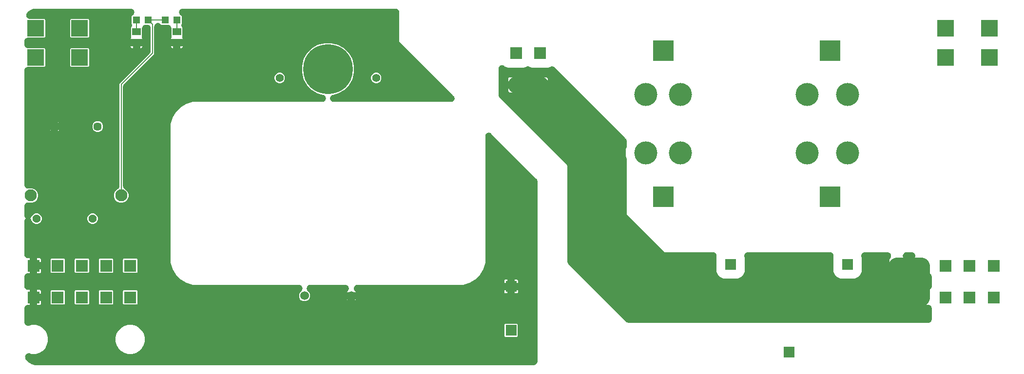
<source format=gtl>
G04 EAGLE Gerber RS-274X export*
G75*
%MOMM*%
%FSLAX34Y34*%
%LPD*%
%INTop Copper*%
%IPPOS*%
%AMOC8*
5,1,8,0,0,1.08239X$1,22.5*%
G01*
%ADD10C,1.524000*%
%ADD11C,1.397000*%
%ADD12C,8.636000*%
%ADD13R,2.100000X2.100000*%
%ADD14C,1.450000*%
%ADD15C,2.100000*%
%ADD16C,1.430000*%
%ADD17R,1.200000X1.200000*%
%ADD18R,1.500000X1.300000*%
%ADD19R,1.905000X1.905000*%
%ADD20R,2.857500X2.857500*%
%ADD21C,4.000000*%
%ADD22R,3.556000X3.556000*%
%ADD23C,0.200000*%
%ADD24C,3.000000*%

G36*
X895003Y10161D02*
X895003Y10161D01*
X895006Y10161D01*
X895353Y10181D01*
X895711Y10201D01*
X895714Y10201D01*
X895717Y10201D01*
X896057Y10260D01*
X896414Y10320D01*
X896416Y10321D01*
X896419Y10321D01*
X896764Y10421D01*
X897098Y10517D01*
X897101Y10519D01*
X897104Y10519D01*
X897428Y10654D01*
X897756Y10790D01*
X897759Y10792D01*
X897761Y10793D01*
X898073Y10965D01*
X898380Y11135D01*
X898382Y11137D01*
X898385Y11138D01*
X898682Y11349D01*
X898961Y11547D01*
X898963Y11549D01*
X898965Y11551D01*
X899233Y11791D01*
X899492Y12022D01*
X899494Y12025D01*
X899496Y12026D01*
X899726Y12285D01*
X899966Y12554D01*
X899968Y12556D01*
X899970Y12558D01*
X900168Y12839D01*
X900378Y13135D01*
X900380Y13138D01*
X900381Y13140D01*
X900544Y13436D01*
X900722Y13759D01*
X900723Y13762D01*
X900725Y13764D01*
X900856Y14082D01*
X900994Y14417D01*
X900995Y14420D01*
X900996Y14423D01*
X901091Y14752D01*
X901191Y15102D01*
X901192Y15105D01*
X901192Y15107D01*
X901251Y15457D01*
X901310Y15804D01*
X901310Y15807D01*
X901311Y15810D01*
X901349Y16510D01*
X901349Y330000D01*
X901349Y330004D01*
X901349Y330009D01*
X901329Y330362D01*
X901309Y330711D01*
X901309Y330716D01*
X901308Y330720D01*
X901248Y331071D01*
X901190Y331414D01*
X901189Y331418D01*
X901188Y331422D01*
X901086Y331774D01*
X900993Y332098D01*
X900991Y332102D01*
X900990Y332106D01*
X900854Y332432D01*
X900720Y332756D01*
X900718Y332760D01*
X900716Y332764D01*
X900546Y333071D01*
X900375Y333380D01*
X900373Y333383D01*
X900370Y333387D01*
X900158Y333686D01*
X899963Y333961D01*
X899960Y333964D01*
X899957Y333967D01*
X899490Y334490D01*
X821517Y412463D01*
X821516Y412464D01*
X821515Y412465D01*
X821261Y412691D01*
X820985Y412937D01*
X820984Y412938D01*
X820983Y412939D01*
X820697Y413142D01*
X820404Y413350D01*
X820403Y413350D01*
X820402Y413351D01*
X820063Y413538D01*
X819781Y413694D01*
X819780Y413695D01*
X819778Y413695D01*
X819436Y413837D01*
X819122Y413967D01*
X819121Y413967D01*
X819120Y413967D01*
X818755Y414072D01*
X818438Y414164D01*
X818437Y414164D01*
X818435Y414164D01*
X818069Y414226D01*
X817735Y414283D01*
X817734Y414283D01*
X817733Y414283D01*
X817382Y414302D01*
X817024Y414322D01*
X817023Y414322D01*
X817021Y414322D01*
X816688Y414303D01*
X816313Y414282D01*
X816311Y414282D01*
X816310Y414282D01*
X816004Y414229D01*
X815611Y414162D01*
X815609Y414162D01*
X815608Y414162D01*
X815282Y414067D01*
X814926Y413965D01*
X814925Y413964D01*
X814923Y413964D01*
X814584Y413823D01*
X814268Y413692D01*
X814267Y413691D01*
X814266Y413690D01*
X813965Y413524D01*
X813645Y413346D01*
X813644Y413346D01*
X813642Y413345D01*
X813363Y413146D01*
X813064Y412934D01*
X813063Y412933D01*
X813062Y412932D01*
X812788Y412686D01*
X812533Y412459D01*
X812532Y412458D01*
X812531Y412457D01*
X812268Y412161D01*
X812059Y411927D01*
X812058Y411926D01*
X812057Y411925D01*
X811855Y411639D01*
X811647Y411345D01*
X811647Y411344D01*
X811646Y411343D01*
X811477Y411036D01*
X811303Y410722D01*
X811303Y410720D01*
X811302Y410719D01*
X811163Y410382D01*
X811032Y410063D01*
X811031Y410062D01*
X811031Y410060D01*
X810937Y409733D01*
X810835Y409378D01*
X810835Y409377D01*
X810835Y409376D01*
X810776Y409026D01*
X810717Y408676D01*
X810717Y408674D01*
X810716Y408673D01*
X810678Y407973D01*
X810678Y188531D01*
X807640Y177194D01*
X801771Y167029D01*
X793471Y158729D01*
X783306Y152860D01*
X771969Y149822D01*
X588875Y149822D01*
X588814Y149819D01*
X588754Y149821D01*
X588459Y149799D01*
X588164Y149782D01*
X588104Y149772D01*
X588043Y149768D01*
X587753Y149712D01*
X587462Y149663D01*
X587403Y149646D01*
X587343Y149635D01*
X587061Y149547D01*
X586777Y149466D01*
X586721Y149442D01*
X586663Y149424D01*
X586392Y149306D01*
X586119Y149193D01*
X586066Y149163D01*
X586010Y149139D01*
X585754Y148991D01*
X585495Y148848D01*
X585446Y148813D01*
X585393Y148782D01*
X585154Y148606D01*
X584915Y148436D01*
X584869Y148395D01*
X584820Y148359D01*
X584603Y148157D01*
X584384Y147961D01*
X584343Y147915D01*
X584298Y147874D01*
X584106Y147650D01*
X583909Y147429D01*
X583874Y147379D01*
X583834Y147333D01*
X583668Y147090D01*
X583497Y146848D01*
X583468Y146794D01*
X583434Y146744D01*
X583296Y146484D01*
X583153Y146224D01*
X583130Y146168D01*
X583101Y146114D01*
X582994Y145840D01*
X582881Y145566D01*
X582864Y145507D01*
X582842Y145451D01*
X582766Y145166D01*
X582684Y144881D01*
X582674Y144821D01*
X582658Y144762D01*
X582614Y144469D01*
X582565Y144179D01*
X582562Y144118D01*
X582553Y144058D01*
X582542Y143762D01*
X582526Y143467D01*
X582529Y143407D01*
X582527Y143346D01*
X582550Y143051D01*
X582567Y142756D01*
X582577Y142696D01*
X582581Y142635D01*
X582637Y142345D01*
X582687Y142054D01*
X582703Y141996D01*
X582715Y141936D01*
X582803Y141653D01*
X582884Y141369D01*
X582908Y141313D01*
X582926Y141255D01*
X583045Y140984D01*
X583158Y140712D01*
X583187Y140658D01*
X583212Y140603D01*
X583360Y140348D01*
X583503Y140088D01*
X583539Y140039D01*
X583569Y139986D01*
X583745Y139749D01*
X583916Y139508D01*
X583957Y139463D01*
X583993Y139414D01*
X584195Y139197D01*
X584392Y138977D01*
X584437Y138937D01*
X584478Y138892D01*
X584714Y138690D01*
X584764Y138646D01*
X585796Y137614D01*
X586075Y137249D01*
X578140Y137249D01*
X570205Y137249D01*
X570484Y137614D01*
X571513Y138643D01*
X571585Y138707D01*
X571810Y138900D01*
X571851Y138945D01*
X571896Y138985D01*
X572093Y139205D01*
X572294Y139423D01*
X572331Y139472D01*
X572371Y139517D01*
X572542Y139758D01*
X572717Y139996D01*
X572748Y140048D01*
X572783Y140098D01*
X572926Y140358D01*
X573073Y140613D01*
X573098Y140668D01*
X573127Y140722D01*
X573240Y140996D01*
X573358Y141266D01*
X573376Y141324D01*
X573399Y141380D01*
X573481Y141665D01*
X573568Y141947D01*
X573579Y142006D01*
X573596Y142065D01*
X573645Y142357D01*
X573700Y142647D01*
X573705Y142707D01*
X573715Y142767D01*
X573731Y143062D01*
X573753Y143357D01*
X573751Y143418D01*
X573754Y143479D01*
X573737Y143773D01*
X573726Y144069D01*
X573717Y144130D01*
X573713Y144190D01*
X573664Y144481D01*
X573619Y144774D01*
X573604Y144832D01*
X573593Y144892D01*
X573511Y145176D01*
X573435Y145462D01*
X573412Y145518D01*
X573396Y145577D01*
X573282Y145849D01*
X573174Y146125D01*
X573145Y146178D01*
X573122Y146234D01*
X572979Y146493D01*
X572841Y146754D01*
X572806Y146804D01*
X572777Y146858D01*
X572606Y147098D01*
X572439Y147342D01*
X572399Y147389D01*
X572364Y147438D01*
X572167Y147658D01*
X571974Y147882D01*
X571929Y147923D01*
X571888Y147969D01*
X571668Y148165D01*
X571451Y148366D01*
X571402Y148402D01*
X571357Y148443D01*
X571115Y148614D01*
X570877Y148789D01*
X570825Y148819D01*
X570775Y148854D01*
X570516Y148997D01*
X570260Y149144D01*
X570204Y149168D01*
X570151Y149198D01*
X569878Y149310D01*
X569607Y149428D01*
X569548Y149446D01*
X569492Y149469D01*
X569209Y149551D01*
X568926Y149637D01*
X568866Y149649D01*
X568807Y149665D01*
X568516Y149714D01*
X568225Y149769D01*
X568165Y149773D01*
X568105Y149784D01*
X567794Y149801D01*
X567515Y149821D01*
X567461Y149819D01*
X567405Y149822D01*
X506872Y149822D01*
X506870Y149822D01*
X506869Y149822D01*
X506501Y149801D01*
X506161Y149782D01*
X506159Y149782D01*
X506158Y149782D01*
X505775Y149717D01*
X505458Y149663D01*
X505457Y149663D01*
X505455Y149662D01*
X505081Y149554D01*
X504774Y149466D01*
X504773Y149465D01*
X504771Y149465D01*
X504445Y149329D01*
X504116Y149193D01*
X504114Y149192D01*
X504113Y149192D01*
X503813Y149026D01*
X503492Y148848D01*
X503491Y148847D01*
X503490Y148846D01*
X503154Y148608D01*
X502911Y148436D01*
X502910Y148435D01*
X502909Y148434D01*
X502619Y148174D01*
X502380Y147961D01*
X502379Y147960D01*
X502378Y147959D01*
X502146Y147699D01*
X501906Y147429D01*
X501905Y147428D01*
X501904Y147427D01*
X501714Y147158D01*
X501494Y146848D01*
X501493Y146847D01*
X501492Y146845D01*
X501323Y146539D01*
X501150Y146224D01*
X501149Y146223D01*
X501148Y146222D01*
X501008Y145882D01*
X500877Y145566D01*
X500877Y145564D01*
X500877Y145563D01*
X500783Y145236D01*
X500681Y144881D01*
X500681Y144880D01*
X500680Y144878D01*
X500618Y144511D01*
X500562Y144179D01*
X500562Y144177D01*
X500562Y144176D01*
X500540Y143777D01*
X500523Y143467D01*
X500523Y143466D01*
X500523Y143464D01*
X500544Y143091D01*
X500563Y142756D01*
X500564Y142755D01*
X500564Y142753D01*
X500636Y142331D01*
X500683Y142054D01*
X500684Y142053D01*
X500684Y142051D01*
X500788Y141692D01*
X500881Y141369D01*
X500882Y141368D01*
X500882Y141367D01*
X501028Y141017D01*
X501155Y140712D01*
X501155Y140710D01*
X501156Y140709D01*
X501326Y140403D01*
X501500Y140088D01*
X501501Y140087D01*
X501502Y140086D01*
X501729Y139766D01*
X501913Y139508D01*
X501914Y139507D01*
X501915Y139506D01*
X502382Y138983D01*
X505016Y136350D01*
X506481Y132814D01*
X506481Y128986D01*
X505016Y125450D01*
X502310Y122744D01*
X498774Y121279D01*
X494946Y121279D01*
X491410Y122744D01*
X488704Y125450D01*
X487239Y128986D01*
X487239Y132814D01*
X488704Y136350D01*
X491338Y138983D01*
X491339Y138984D01*
X491340Y138985D01*
X491566Y139239D01*
X491812Y139515D01*
X491813Y139516D01*
X491814Y139517D01*
X492025Y139815D01*
X492225Y140096D01*
X492225Y140097D01*
X492226Y140098D01*
X492406Y140424D01*
X492569Y140719D01*
X492570Y140721D01*
X492570Y140722D01*
X492714Y141071D01*
X492842Y141378D01*
X492842Y141379D01*
X492843Y141380D01*
X492941Y141725D01*
X493039Y142062D01*
X493039Y142063D01*
X493039Y142065D01*
X493099Y142416D01*
X493158Y142765D01*
X493158Y142766D01*
X493158Y142767D01*
X493177Y143116D01*
X493197Y143476D01*
X493197Y143477D01*
X493197Y143479D01*
X493178Y143814D01*
X493157Y144187D01*
X493157Y144189D01*
X493157Y144190D01*
X493107Y144478D01*
X493037Y144889D01*
X493037Y144891D01*
X493037Y144892D01*
X492952Y145186D01*
X492840Y145574D01*
X492839Y145575D01*
X492839Y145577D01*
X492707Y145894D01*
X492567Y146232D01*
X492566Y146233D01*
X492565Y146234D01*
X492383Y146563D01*
X492222Y146855D01*
X492221Y146856D01*
X492220Y146858D01*
X492040Y147110D01*
X491809Y147436D01*
X491808Y147437D01*
X491807Y147438D01*
X491576Y147696D01*
X491334Y147967D01*
X491333Y147968D01*
X491332Y147969D01*
X491068Y148204D01*
X490802Y148441D01*
X490801Y148442D01*
X490800Y148443D01*
X490523Y148639D01*
X490221Y148853D01*
X490219Y148853D01*
X490218Y148854D01*
X489915Y149021D01*
X489597Y149196D01*
X489595Y149197D01*
X489594Y149198D01*
X489275Y149329D01*
X488938Y149468D01*
X488937Y149469D01*
X488935Y149469D01*
X488617Y149560D01*
X488253Y149665D01*
X488252Y149665D01*
X488251Y149665D01*
X487887Y149726D01*
X487551Y149783D01*
X487550Y149783D01*
X487548Y149784D01*
X486848Y149822D01*
X303031Y149822D01*
X291694Y152860D01*
X281529Y158729D01*
X273229Y167029D01*
X267360Y177194D01*
X264322Y188531D01*
X264322Y428869D01*
X267360Y440206D01*
X273229Y450371D01*
X279327Y456470D01*
X279328Y456470D01*
X281529Y458671D01*
X291694Y464540D01*
X303031Y467578D01*
X527518Y467578D01*
X527755Y467591D01*
X527993Y467596D01*
X528111Y467611D01*
X528229Y467618D01*
X528464Y467658D01*
X528700Y467689D01*
X528815Y467717D01*
X528931Y467737D01*
X529160Y467803D01*
X529391Y467860D01*
X529502Y467902D01*
X529616Y467934D01*
X529836Y468026D01*
X530059Y468108D01*
X530164Y468162D01*
X530274Y468207D01*
X530482Y468322D01*
X530695Y468430D01*
X530794Y468495D01*
X530897Y468552D01*
X531091Y468690D01*
X531291Y468820D01*
X531382Y468896D01*
X531478Y468964D01*
X531656Y469123D01*
X531839Y469275D01*
X531921Y469360D01*
X532009Y469439D01*
X532168Y469617D01*
X532333Y469789D01*
X532405Y469883D01*
X532484Y469971D01*
X532622Y470165D01*
X532766Y470354D01*
X532827Y470455D01*
X532896Y470552D01*
X533011Y470761D01*
X533133Y470965D01*
X533183Y471072D01*
X533240Y471176D01*
X533331Y471396D01*
X533430Y471612D01*
X533467Y471725D01*
X533512Y471834D01*
X533578Y472063D01*
X533652Y472289D01*
X533676Y472405D01*
X533709Y472519D01*
X533749Y472754D01*
X533797Y472987D01*
X533808Y473105D01*
X533828Y473221D01*
X533841Y473459D01*
X533863Y473696D01*
X533860Y473815D01*
X533867Y473933D01*
X533853Y474170D01*
X533849Y474408D01*
X533833Y474526D01*
X533826Y474644D01*
X533786Y474878D01*
X533755Y475115D01*
X533726Y475230D01*
X533706Y475346D01*
X533640Y475575D01*
X533583Y475806D01*
X533541Y475917D01*
X533508Y476031D01*
X533417Y476250D01*
X533334Y476473D01*
X533280Y476579D01*
X533235Y476688D01*
X533120Y476897D01*
X533012Y477109D01*
X532947Y477208D01*
X532890Y477312D01*
X532752Y477505D01*
X532621Y477705D01*
X532545Y477796D01*
X532477Y477892D01*
X532318Y478069D01*
X532166Y478252D01*
X532080Y478334D01*
X532001Y478423D01*
X531823Y478581D01*
X531652Y478746D01*
X531558Y478818D01*
X531469Y478897D01*
X531275Y479034D01*
X531086Y479179D01*
X530984Y479240D01*
X530888Y479308D01*
X530679Y479423D01*
X530475Y479545D01*
X530367Y479595D01*
X530264Y479652D01*
X530044Y479742D01*
X529827Y479841D01*
X529713Y479879D01*
X529605Y479923D01*
X529387Y479986D01*
X529161Y480060D01*
X520061Y482498D01*
X509758Y488446D01*
X501346Y496858D01*
X495398Y507161D01*
X492319Y518652D01*
X492319Y530548D01*
X495398Y542039D01*
X501346Y552342D01*
X509758Y560754D01*
X520061Y566702D01*
X531552Y569781D01*
X543448Y569781D01*
X554939Y566702D01*
X565242Y560754D01*
X573654Y552342D01*
X579602Y542039D01*
X582681Y530548D01*
X582681Y518652D01*
X579602Y507161D01*
X573654Y496858D01*
X565242Y488446D01*
X554939Y482498D01*
X545839Y480060D01*
X545613Y479985D01*
X545384Y479920D01*
X545275Y479874D01*
X545162Y479837D01*
X544946Y479738D01*
X544726Y479647D01*
X544622Y479589D01*
X544515Y479540D01*
X544311Y479417D01*
X544103Y479302D01*
X544006Y479234D01*
X543905Y479172D01*
X543715Y479027D01*
X543522Y478889D01*
X543434Y478811D01*
X543339Y478738D01*
X543168Y478573D01*
X542991Y478415D01*
X542912Y478326D01*
X542827Y478244D01*
X542675Y478061D01*
X542516Y477883D01*
X542448Y477786D01*
X542372Y477695D01*
X542242Y477497D01*
X542104Y477302D01*
X542047Y477198D01*
X541982Y477099D01*
X541875Y476887D01*
X541760Y476678D01*
X541715Y476569D01*
X541661Y476463D01*
X541579Y476240D01*
X541488Y476020D01*
X541455Y475906D01*
X541414Y475795D01*
X541357Y475564D01*
X541291Y475335D01*
X541271Y475218D01*
X541243Y475103D01*
X541212Y474867D01*
X541172Y474633D01*
X541166Y474515D01*
X541150Y474397D01*
X541146Y474159D01*
X541133Y473921D01*
X541140Y473803D01*
X541138Y473685D01*
X541160Y473448D01*
X541174Y473210D01*
X541194Y473093D01*
X541205Y472975D01*
X541254Y472742D01*
X541294Y472508D01*
X541327Y472394D01*
X541351Y472278D01*
X541426Y472052D01*
X541492Y471823D01*
X541537Y471714D01*
X541574Y471602D01*
X541674Y471385D01*
X541765Y471166D01*
X541822Y471062D01*
X541872Y470954D01*
X541995Y470751D01*
X542110Y470542D01*
X542179Y470446D01*
X542240Y470345D01*
X542386Y470156D01*
X542523Y469962D01*
X542602Y469874D01*
X542675Y469780D01*
X542840Y469609D01*
X542999Y469431D01*
X543087Y469353D01*
X543169Y469267D01*
X543353Y469116D01*
X543531Y468957D01*
X543627Y468889D01*
X543719Y468814D01*
X543918Y468683D01*
X544112Y468546D01*
X544216Y468489D01*
X544315Y468424D01*
X544528Y468317D01*
X544736Y468202D01*
X544846Y468157D01*
X544951Y468104D01*
X545175Y468021D01*
X545395Y467931D01*
X545509Y467898D01*
X545620Y467857D01*
X545851Y467800D01*
X546080Y467735D01*
X546196Y467715D01*
X546311Y467687D01*
X546547Y467656D01*
X546782Y467616D01*
X546902Y467610D01*
X547018Y467595D01*
X547245Y467591D01*
X547482Y467578D01*
X751073Y467578D01*
X751074Y467578D01*
X751076Y467578D01*
X751440Y467598D01*
X751784Y467618D01*
X751786Y467618D01*
X751787Y467618D01*
X752165Y467682D01*
X752487Y467737D01*
X752488Y467737D01*
X752489Y467738D01*
X752854Y467843D01*
X753171Y467934D01*
X753172Y467935D01*
X753174Y467935D01*
X753492Y468068D01*
X753829Y468207D01*
X753831Y468208D01*
X753832Y468208D01*
X754159Y468389D01*
X754453Y468552D01*
X754454Y468553D01*
X754455Y468554D01*
X754779Y468783D01*
X755034Y468964D01*
X755035Y468965D01*
X755036Y468966D01*
X755313Y469214D01*
X755565Y469439D01*
X755566Y469440D01*
X755567Y469441D01*
X755797Y469700D01*
X756039Y469971D01*
X756040Y469972D01*
X756041Y469973D01*
X756227Y470237D01*
X756451Y470552D01*
X756452Y470554D01*
X756453Y470555D01*
X756620Y470857D01*
X756795Y471176D01*
X756796Y471177D01*
X756797Y471178D01*
X756939Y471523D01*
X757067Y471834D01*
X757068Y471836D01*
X757068Y471837D01*
X757164Y472171D01*
X757264Y472519D01*
X757264Y472520D01*
X757265Y472522D01*
X757328Y472894D01*
X757383Y473221D01*
X757383Y473223D01*
X757383Y473224D01*
X757404Y473610D01*
X757422Y473933D01*
X757422Y473934D01*
X757422Y473936D01*
X757401Y474305D01*
X757382Y474644D01*
X757381Y474645D01*
X757381Y474647D01*
X757317Y475024D01*
X757262Y475346D01*
X757261Y475347D01*
X757261Y475349D01*
X757159Y475702D01*
X757064Y476031D01*
X757063Y476032D01*
X757063Y476033D01*
X756924Y476367D01*
X756790Y476688D01*
X756790Y476690D01*
X756789Y476691D01*
X756621Y476994D01*
X756445Y477312D01*
X756444Y477313D01*
X756443Y477314D01*
X756231Y477612D01*
X756032Y477892D01*
X756031Y477893D01*
X756030Y477894D01*
X755563Y478417D01*
X661349Y572630D01*
X661349Y623490D01*
X661349Y623493D01*
X661349Y623496D01*
X661330Y623839D01*
X661309Y624201D01*
X661309Y624204D01*
X661309Y624207D01*
X661251Y624547D01*
X661190Y624904D01*
X661189Y624906D01*
X661189Y624909D01*
X661089Y625253D01*
X660993Y625588D01*
X660991Y625591D01*
X660991Y625594D01*
X660862Y625903D01*
X660720Y626246D01*
X660718Y626249D01*
X660717Y626251D01*
X660545Y626563D01*
X660375Y626870D01*
X660373Y626872D01*
X660372Y626875D01*
X660162Y627169D01*
X659963Y627451D01*
X659961Y627453D01*
X659959Y627455D01*
X659728Y627713D01*
X659488Y627982D01*
X659485Y627984D01*
X659484Y627986D01*
X659216Y628224D01*
X658956Y628456D01*
X658954Y628458D01*
X658952Y628460D01*
X658671Y628658D01*
X658375Y628868D01*
X658372Y628870D01*
X658370Y628871D01*
X658074Y629034D01*
X657751Y629212D01*
X657748Y629213D01*
X657746Y629215D01*
X657428Y629346D01*
X657093Y629484D01*
X657090Y629485D01*
X657087Y629486D01*
X656758Y629581D01*
X656408Y629681D01*
X656405Y629682D01*
X656403Y629682D01*
X656049Y629742D01*
X655706Y629800D01*
X655703Y629800D01*
X655700Y629801D01*
X655000Y629839D01*
X285237Y629839D01*
X285058Y629829D01*
X284879Y629829D01*
X284703Y629809D01*
X284526Y629799D01*
X284349Y629769D01*
X284171Y629749D01*
X283998Y629710D01*
X283823Y629680D01*
X283651Y629630D01*
X283477Y629590D01*
X283309Y629532D01*
X283139Y629483D01*
X282973Y629414D01*
X282804Y629355D01*
X282645Y629278D01*
X282481Y629210D01*
X282324Y629123D01*
X282163Y629045D01*
X282012Y628951D01*
X281857Y628865D01*
X281712Y628762D01*
X281560Y628666D01*
X281421Y628555D01*
X281276Y628453D01*
X281143Y628333D01*
X281003Y628221D01*
X280878Y628096D01*
X280745Y627978D01*
X280626Y627844D01*
X280500Y627717D01*
X280389Y627579D01*
X280271Y627446D01*
X280167Y627300D01*
X280056Y627160D01*
X279962Y627010D01*
X279859Y626865D01*
X279772Y626708D01*
X279677Y626556D01*
X279600Y626397D01*
X279515Y626241D01*
X279446Y626076D01*
X279369Y625914D01*
X279310Y625747D01*
X279243Y625583D01*
X279193Y625411D01*
X279134Y625242D01*
X279095Y625069D01*
X279046Y624898D01*
X279016Y624722D01*
X278976Y624547D01*
X278957Y624370D01*
X278927Y624196D01*
X278917Y624017D01*
X278897Y623839D01*
X278898Y623661D01*
X278888Y623484D01*
X278898Y623306D01*
X278898Y623127D01*
X278918Y622950D01*
X278928Y622773D01*
X278958Y622597D01*
X278979Y622419D01*
X279019Y622245D01*
X279048Y622071D01*
X279098Y621899D01*
X279138Y621724D01*
X279197Y621557D01*
X279246Y621386D01*
X279315Y621221D01*
X279374Y621052D01*
X279452Y620892D01*
X279520Y620729D01*
X279606Y620572D01*
X279684Y620411D01*
X279779Y620261D01*
X279865Y620105D01*
X279969Y619960D01*
X280064Y619808D01*
X280175Y619669D01*
X280278Y619525D01*
X280397Y619392D01*
X280509Y619252D01*
X280635Y619127D01*
X280753Y618994D01*
X280887Y618875D01*
X281014Y618749D01*
X281153Y618639D01*
X281285Y618520D01*
X281432Y618417D01*
X281572Y618306D01*
X281722Y618212D01*
X281867Y618109D01*
X282024Y618023D01*
X282176Y617928D01*
X282338Y617849D01*
X282491Y617765D01*
X282616Y617714D01*
X283196Y617133D01*
X283501Y616398D01*
X283501Y603602D01*
X283433Y603439D01*
X283373Y603268D01*
X283304Y603099D01*
X283256Y602931D01*
X283198Y602767D01*
X283158Y602590D01*
X283107Y602414D01*
X283078Y602242D01*
X283040Y602072D01*
X283019Y601892D01*
X282989Y601712D01*
X282979Y601537D01*
X282960Y601364D01*
X282960Y601182D01*
X282950Y601000D01*
X282960Y600826D01*
X282960Y600652D01*
X282980Y600471D01*
X282991Y600289D01*
X283020Y600117D01*
X283040Y599944D01*
X283081Y599766D01*
X283111Y599587D01*
X283160Y599419D01*
X283199Y599249D01*
X283259Y599078D01*
X283310Y598903D01*
X283377Y598742D01*
X283434Y598577D01*
X283513Y598413D01*
X283583Y598245D01*
X283668Y598093D01*
X283744Y597935D01*
X283841Y597781D01*
X283929Y597622D01*
X284030Y597480D01*
X284096Y597376D01*
X284501Y596398D01*
X284501Y582504D01*
X284486Y582463D01*
X284485Y582459D01*
X284484Y582454D01*
X284406Y582109D01*
X284328Y581768D01*
X284327Y581764D01*
X284326Y581760D01*
X284288Y581411D01*
X284248Y581061D01*
X284248Y581056D01*
X284248Y581052D01*
X284248Y580691D01*
X284248Y580348D01*
X284249Y580344D01*
X284249Y580339D01*
X284289Y579989D01*
X284328Y579640D01*
X284329Y579636D01*
X284330Y579631D01*
X284409Y579289D01*
X284487Y578946D01*
X284489Y578941D01*
X284490Y578937D01*
X284722Y578276D01*
X284943Y577741D01*
X285041Y577250D01*
X285041Y576849D01*
X275000Y576849D01*
X264959Y576849D01*
X264959Y577250D01*
X265057Y577741D01*
X265278Y578276D01*
X265280Y578280D01*
X265282Y578284D01*
X265387Y578587D01*
X265514Y578948D01*
X265515Y578953D01*
X265516Y578957D01*
X265592Y579292D01*
X265672Y579643D01*
X265673Y579647D01*
X265674Y579651D01*
X265712Y580000D01*
X265752Y580351D01*
X265752Y580355D01*
X265752Y580360D01*
X265752Y580706D01*
X265752Y581063D01*
X265751Y581068D01*
X265751Y581072D01*
X265712Y581411D01*
X265672Y581771D01*
X265671Y581775D01*
X265670Y581780D01*
X265592Y582121D01*
X265513Y582465D01*
X265511Y582470D01*
X265510Y582474D01*
X265499Y582506D01*
X265499Y595650D01*
X265499Y595653D01*
X265499Y595656D01*
X265480Y595990D01*
X265459Y596361D01*
X265459Y596364D01*
X265459Y596367D01*
X265404Y596685D01*
X265340Y597064D01*
X265339Y597066D01*
X265339Y597069D01*
X265239Y597414D01*
X265143Y597748D01*
X265141Y597751D01*
X265141Y597754D01*
X265006Y598078D01*
X264870Y598406D01*
X264868Y598409D01*
X264867Y598411D01*
X264695Y598723D01*
X264525Y599030D01*
X264523Y599032D01*
X264522Y599035D01*
X264315Y599325D01*
X264113Y599611D01*
X264111Y599613D01*
X264109Y599615D01*
X263869Y599883D01*
X263638Y600142D01*
X263635Y600144D01*
X263634Y600146D01*
X263366Y600384D01*
X263106Y600616D01*
X263104Y600618D01*
X263102Y600620D01*
X262821Y600818D01*
X262525Y601028D01*
X262522Y601030D01*
X262520Y601031D01*
X262224Y601194D01*
X261901Y601372D01*
X261898Y601373D01*
X261896Y601375D01*
X261578Y601506D01*
X261243Y601644D01*
X261240Y601645D01*
X261237Y601646D01*
X260908Y601741D01*
X260558Y601841D01*
X260555Y601842D01*
X260553Y601842D01*
X260199Y601902D01*
X259856Y601960D01*
X259853Y601960D01*
X259850Y601961D01*
X259150Y601999D01*
X248102Y601999D01*
X247367Y602304D01*
X246540Y603131D01*
X246539Y603132D01*
X246538Y603133D01*
X246263Y603378D01*
X246008Y603606D01*
X246007Y603606D01*
X246006Y603607D01*
X245690Y603832D01*
X245427Y604018D01*
X245426Y604019D01*
X245425Y604019D01*
X245088Y604205D01*
X244804Y604362D01*
X244803Y604363D01*
X244801Y604364D01*
X244449Y604509D01*
X244146Y604635D01*
X244144Y604635D01*
X244143Y604636D01*
X243785Y604739D01*
X243461Y604832D01*
X243460Y604832D01*
X243458Y604833D01*
X243108Y604892D01*
X242758Y604951D01*
X242757Y604951D01*
X242756Y604951D01*
X242411Y604970D01*
X242047Y604991D01*
X242046Y604991D01*
X242044Y604991D01*
X241705Y604971D01*
X241336Y604950D01*
X241334Y604950D01*
X241333Y604950D01*
X241010Y604895D01*
X240634Y604831D01*
X240632Y604830D01*
X240631Y604830D01*
X240299Y604734D01*
X239949Y604633D01*
X239948Y604632D01*
X239946Y604632D01*
X239635Y604503D01*
X239291Y604360D01*
X239290Y604359D01*
X239289Y604359D01*
X238997Y604197D01*
X238668Y604015D01*
X238667Y604014D01*
X238665Y604013D01*
X238410Y603832D01*
X238087Y603602D01*
X238086Y603601D01*
X238085Y603600D01*
X237837Y603378D01*
X237556Y603127D01*
X237555Y603126D01*
X237554Y603125D01*
X237288Y602826D01*
X237082Y602595D01*
X237081Y602594D01*
X237080Y602593D01*
X236865Y602288D01*
X236670Y602014D01*
X236670Y602013D01*
X236669Y602011D01*
X236503Y601710D01*
X236327Y601390D01*
X236326Y601389D01*
X236325Y601387D01*
X236178Y601031D01*
X236055Y600732D01*
X236054Y600730D01*
X236054Y600729D01*
X235952Y600375D01*
X235858Y600047D01*
X235858Y600045D01*
X235858Y600044D01*
X235794Y599667D01*
X235740Y599344D01*
X235740Y599343D01*
X235739Y599341D01*
X235701Y598641D01*
X235701Y552103D01*
X235244Y551000D01*
X183360Y499117D01*
X183358Y499114D01*
X183354Y499111D01*
X183120Y498848D01*
X182886Y498585D01*
X182883Y498582D01*
X182880Y498579D01*
X182679Y498294D01*
X182473Y498004D01*
X182471Y498001D01*
X182469Y497997D01*
X182291Y497673D01*
X182129Y497381D01*
X182127Y497377D01*
X182125Y497373D01*
X181991Y497048D01*
X181856Y496723D01*
X181855Y496718D01*
X181854Y496714D01*
X181755Y496368D01*
X181659Y496038D01*
X181659Y496034D01*
X181658Y496030D01*
X181597Y495668D01*
X181540Y495336D01*
X181540Y495331D01*
X181539Y495327D01*
X181501Y494627D01*
X181501Y321530D01*
X181511Y321349D01*
X181511Y321167D01*
X181531Y320993D01*
X181541Y320819D01*
X181571Y320640D01*
X181592Y320459D01*
X181631Y320289D01*
X181660Y320117D01*
X181710Y319942D01*
X181751Y319765D01*
X181809Y319600D01*
X181857Y319432D01*
X181927Y319264D01*
X181987Y319092D01*
X182063Y318935D01*
X182130Y318774D01*
X182218Y318615D01*
X182297Y318451D01*
X182391Y318303D01*
X182475Y318150D01*
X182580Y318003D01*
X182677Y317848D01*
X182787Y317712D01*
X182887Y317570D01*
X183008Y317434D01*
X183122Y317292D01*
X183246Y317169D01*
X183362Y317039D01*
X183498Y316918D01*
X183627Y316789D01*
X183764Y316680D01*
X183894Y316564D01*
X184042Y316459D01*
X184185Y316346D01*
X184332Y316253D01*
X184475Y316152D01*
X184635Y316064D01*
X184788Y315968D01*
X184948Y315891D01*
X185099Y315808D01*
X185259Y315742D01*
X185420Y315664D01*
X185581Y315598D01*
X189098Y312081D01*
X191001Y307487D01*
X191001Y302513D01*
X189098Y297919D01*
X185581Y294402D01*
X180987Y292499D01*
X176013Y292499D01*
X171419Y294402D01*
X167902Y297919D01*
X165999Y302513D01*
X165999Y307487D01*
X167902Y312081D01*
X171419Y315598D01*
X171580Y315664D01*
X171744Y315743D01*
X171911Y315813D01*
X172064Y315897D01*
X172222Y315973D01*
X172376Y316070D01*
X172535Y316158D01*
X172677Y316259D01*
X172825Y316352D01*
X172967Y316466D01*
X173115Y316571D01*
X173245Y316688D01*
X173382Y316797D01*
X173510Y316925D01*
X173646Y317047D01*
X173762Y317177D01*
X173885Y317301D01*
X173999Y317443D01*
X174120Y317579D01*
X174220Y317721D01*
X174329Y317858D01*
X174426Y318012D01*
X174531Y318160D01*
X174615Y318313D01*
X174708Y318461D01*
X174787Y318625D01*
X174875Y318784D01*
X174941Y318945D01*
X175017Y319103D01*
X175077Y319275D01*
X175146Y319443D01*
X175194Y319611D01*
X175252Y319776D01*
X175292Y319953D01*
X175342Y320128D01*
X175371Y320300D01*
X175410Y320470D01*
X175430Y320651D01*
X175461Y320830D01*
X175470Y321007D01*
X175490Y321178D01*
X175489Y321352D01*
X175499Y321530D01*
X175499Y499097D01*
X175956Y500200D01*
X227840Y552083D01*
X227842Y552086D01*
X227846Y552089D01*
X228080Y552352D01*
X228314Y552615D01*
X228317Y552618D01*
X228320Y552621D01*
X228521Y552906D01*
X228727Y553196D01*
X228729Y553199D01*
X228731Y553203D01*
X228902Y553513D01*
X229071Y553819D01*
X229073Y553823D01*
X229075Y553827D01*
X229208Y554150D01*
X229344Y554477D01*
X229345Y554482D01*
X229346Y554486D01*
X229443Y554824D01*
X229541Y555162D01*
X229541Y555166D01*
X229542Y555170D01*
X229602Y555526D01*
X229660Y555864D01*
X229660Y555869D01*
X229661Y555873D01*
X229699Y556573D01*
X229699Y595650D01*
X229699Y595653D01*
X229699Y595656D01*
X229680Y595990D01*
X229659Y596361D01*
X229659Y596364D01*
X229659Y596367D01*
X229604Y596685D01*
X229540Y597064D01*
X229539Y597066D01*
X229539Y597069D01*
X229439Y597414D01*
X229343Y597748D01*
X229341Y597751D01*
X229341Y597754D01*
X229206Y598078D01*
X229070Y598406D01*
X229068Y598409D01*
X229067Y598411D01*
X228895Y598723D01*
X228725Y599030D01*
X228723Y599032D01*
X228722Y599035D01*
X228515Y599325D01*
X228313Y599611D01*
X228311Y599613D01*
X228309Y599615D01*
X228069Y599883D01*
X227838Y600142D01*
X227835Y600144D01*
X227834Y600146D01*
X227566Y600384D01*
X227306Y600616D01*
X227304Y600618D01*
X227302Y600620D01*
X227021Y600818D01*
X226725Y601028D01*
X226722Y601030D01*
X226720Y601031D01*
X226424Y601194D01*
X226101Y601372D01*
X226098Y601373D01*
X226096Y601375D01*
X225778Y601506D01*
X225443Y601644D01*
X225440Y601645D01*
X225437Y601646D01*
X225108Y601741D01*
X224758Y601841D01*
X224755Y601842D01*
X224753Y601842D01*
X224399Y601902D01*
X224056Y601960D01*
X224053Y601960D01*
X224050Y601961D01*
X223350Y601999D01*
X220850Y601999D01*
X220847Y601999D01*
X220844Y601999D01*
X220497Y601979D01*
X220139Y601959D01*
X220136Y601959D01*
X220133Y601959D01*
X219793Y601900D01*
X219436Y601840D01*
X219434Y601839D01*
X219431Y601839D01*
X219086Y601739D01*
X218752Y601643D01*
X218749Y601641D01*
X218746Y601641D01*
X218422Y601506D01*
X218094Y601370D01*
X218091Y601368D01*
X218089Y601367D01*
X217777Y601195D01*
X217470Y601025D01*
X217468Y601023D01*
X217465Y601022D01*
X217168Y600811D01*
X216889Y600613D01*
X216887Y600611D01*
X216885Y600609D01*
X216611Y600364D01*
X216358Y600138D01*
X216356Y600135D01*
X216354Y600134D01*
X216116Y599866D01*
X215884Y599606D01*
X215882Y599604D01*
X215880Y599602D01*
X215677Y599314D01*
X215472Y599025D01*
X215470Y599022D01*
X215469Y599020D01*
X215306Y598724D01*
X215128Y598401D01*
X215127Y598398D01*
X215125Y598396D01*
X214994Y598078D01*
X214856Y597743D01*
X214855Y597740D01*
X214854Y597737D01*
X214759Y597408D01*
X214659Y597058D01*
X214658Y597055D01*
X214658Y597053D01*
X214594Y596676D01*
X214540Y596356D01*
X214540Y596353D01*
X214539Y596350D01*
X214501Y595650D01*
X214501Y582504D01*
X214486Y582463D01*
X214485Y582459D01*
X214484Y582454D01*
X214406Y582109D01*
X214328Y581768D01*
X214327Y581764D01*
X214326Y581760D01*
X214288Y581411D01*
X214248Y581061D01*
X214248Y581056D01*
X214248Y581052D01*
X214248Y580691D01*
X214248Y580348D01*
X214249Y580344D01*
X214249Y580339D01*
X214289Y579989D01*
X214328Y579640D01*
X214329Y579636D01*
X214330Y579631D01*
X214409Y579289D01*
X214487Y578946D01*
X214489Y578941D01*
X214490Y578937D01*
X214722Y578276D01*
X214943Y577741D01*
X215041Y577250D01*
X215041Y576849D01*
X205000Y576849D01*
X194959Y576849D01*
X194959Y577250D01*
X195057Y577741D01*
X195278Y578276D01*
X195280Y578280D01*
X195282Y578284D01*
X195387Y578587D01*
X195514Y578948D01*
X195515Y578953D01*
X195516Y578957D01*
X195592Y579292D01*
X195672Y579643D01*
X195673Y579647D01*
X195674Y579651D01*
X195712Y580000D01*
X195752Y580351D01*
X195752Y580355D01*
X195752Y580360D01*
X195752Y580706D01*
X195752Y581063D01*
X195751Y581068D01*
X195751Y581072D01*
X195712Y581411D01*
X195672Y581771D01*
X195671Y581775D01*
X195670Y581780D01*
X195592Y582121D01*
X195513Y582465D01*
X195511Y582470D01*
X195510Y582474D01*
X195499Y582506D01*
X195499Y596398D01*
X195903Y597373D01*
X195976Y597489D01*
X196077Y597632D01*
X196165Y597791D01*
X196262Y597945D01*
X196337Y598103D01*
X196422Y598255D01*
X196491Y598423D01*
X196570Y598588D01*
X196627Y598752D01*
X196694Y598914D01*
X196745Y599089D01*
X196804Y599260D01*
X196843Y599430D01*
X196891Y599598D01*
X196922Y599778D01*
X196962Y599955D01*
X196981Y600129D01*
X197010Y600301D01*
X197020Y600482D01*
X197041Y600663D01*
X197040Y600838D01*
X197050Y601012D01*
X197040Y601193D01*
X197039Y601376D01*
X197020Y601549D01*
X197010Y601723D01*
X196979Y601902D01*
X196959Y602084D01*
X196919Y602254D01*
X196890Y602426D01*
X196840Y602600D01*
X196799Y602778D01*
X196740Y602945D01*
X196693Y603110D01*
X196626Y603270D01*
X196567Y603439D01*
X196499Y603602D01*
X196499Y616398D01*
X196804Y617133D01*
X197385Y617715D01*
X197519Y617770D01*
X197675Y617856D01*
X197835Y617933D01*
X197986Y618028D01*
X198143Y618115D01*
X198287Y618218D01*
X198438Y618312D01*
X198578Y618424D01*
X198724Y618528D01*
X198856Y618646D01*
X198995Y618756D01*
X199121Y618883D01*
X199255Y619002D01*
X199373Y619135D01*
X199498Y619260D01*
X199610Y619400D01*
X199729Y619534D01*
X199832Y619679D01*
X199942Y619817D01*
X200037Y619969D01*
X200141Y620115D01*
X200227Y620271D01*
X200321Y620421D01*
X200399Y620582D01*
X200485Y620739D01*
X200553Y620903D01*
X200630Y621063D01*
X200689Y621232D01*
X200757Y621397D01*
X200806Y621568D01*
X200865Y621735D01*
X200905Y621910D01*
X200954Y622082D01*
X200984Y622257D01*
X201023Y622430D01*
X201043Y622608D01*
X201073Y622784D01*
X201083Y622962D01*
X201102Y623138D01*
X201102Y623317D01*
X201112Y623496D01*
X201102Y623673D01*
X201102Y623850D01*
X201082Y624029D01*
X201072Y624207D01*
X201042Y624381D01*
X201022Y624558D01*
X200982Y624733D01*
X200952Y624909D01*
X200902Y625080D01*
X200863Y625253D01*
X200803Y625421D01*
X200754Y625594D01*
X200686Y625757D01*
X200627Y625925D01*
X200549Y626086D01*
X200480Y626251D01*
X200394Y626407D01*
X200317Y626567D01*
X200222Y626718D01*
X200135Y626875D01*
X200032Y627019D01*
X199938Y627169D01*
X199826Y627309D01*
X199722Y627455D01*
X199604Y627587D01*
X199493Y627726D01*
X199366Y627852D01*
X199247Y627986D01*
X199114Y628104D01*
X198988Y628229D01*
X198849Y628340D01*
X198715Y628460D01*
X198570Y628562D01*
X198431Y628673D01*
X198279Y628768D01*
X198133Y628871D01*
X197978Y628957D01*
X197827Y629051D01*
X197666Y629128D01*
X197509Y629215D01*
X197345Y629282D01*
X197185Y629359D01*
X197016Y629418D01*
X196850Y629486D01*
X196680Y629535D01*
X196512Y629594D01*
X196337Y629633D01*
X196166Y629682D01*
X195991Y629712D01*
X195817Y629751D01*
X195640Y629771D01*
X195463Y629801D01*
X195283Y629811D01*
X195109Y629830D01*
X194939Y629830D01*
X194763Y629839D01*
X30000Y629839D01*
X29797Y629828D01*
X29585Y629826D01*
X27824Y629710D01*
X27554Y629677D01*
X27282Y629651D01*
X27199Y629634D01*
X27117Y629624D01*
X26866Y629564D01*
X26596Y629508D01*
X23194Y628596D01*
X23076Y628557D01*
X22956Y628527D01*
X22738Y628446D01*
X22518Y628373D01*
X22405Y628322D01*
X22289Y628278D01*
X22076Y628171D01*
X21870Y628076D01*
X21770Y628016D01*
X21663Y627962D01*
X18613Y626201D01*
X18510Y626133D01*
X18401Y626073D01*
X18211Y625938D01*
X18017Y625811D01*
X17922Y625732D01*
X17821Y625660D01*
X17643Y625501D01*
X17469Y625356D01*
X17387Y625272D01*
X17298Y625192D01*
X16283Y624176D01*
X15033Y622927D01*
X15032Y622926D01*
X15031Y622925D01*
X14798Y622663D01*
X14559Y622396D01*
X14558Y622395D01*
X14557Y622394D01*
X14335Y622081D01*
X14146Y621815D01*
X14146Y621814D01*
X14145Y621812D01*
X13966Y621489D01*
X13802Y621191D01*
X13801Y621190D01*
X13801Y621189D01*
X13656Y620839D01*
X13529Y620533D01*
X13529Y620532D01*
X13528Y620530D01*
X13426Y620173D01*
X13332Y619848D01*
X13332Y619847D01*
X13332Y619846D01*
X13272Y619495D01*
X13213Y619146D01*
X13213Y619144D01*
X13213Y619143D01*
X13193Y618787D01*
X13174Y618435D01*
X13174Y618433D01*
X13174Y618432D01*
X13193Y618086D01*
X13214Y617723D01*
X13214Y617722D01*
X13214Y617721D01*
X13270Y617397D01*
X13334Y617021D01*
X13334Y617020D01*
X13334Y617018D01*
X13428Y616695D01*
X13531Y616337D01*
X13532Y616335D01*
X13532Y616334D01*
X13671Y616000D01*
X13804Y615679D01*
X13805Y615677D01*
X13806Y615676D01*
X13988Y615347D01*
X14149Y615055D01*
X14150Y615054D01*
X14151Y615053D01*
X14360Y614759D01*
X14562Y614475D01*
X14563Y614474D01*
X14564Y614472D01*
X14793Y614216D01*
X15037Y613944D01*
X15038Y613943D01*
X15039Y613942D01*
X15315Y613696D01*
X15569Y613470D01*
X15570Y613469D01*
X15571Y613468D01*
X15875Y613253D01*
X16150Y613058D01*
X16152Y613057D01*
X16153Y613056D01*
X16472Y612881D01*
X16774Y612714D01*
X16776Y612713D01*
X16777Y612713D01*
X17077Y612589D01*
X17433Y612442D01*
X17434Y612442D01*
X17436Y612441D01*
X17744Y612353D01*
X18118Y612246D01*
X18119Y612245D01*
X18120Y612245D01*
X18484Y612184D01*
X18820Y612127D01*
X18821Y612127D01*
X18823Y612127D01*
X19523Y612088D01*
X44685Y612088D01*
X45421Y611784D01*
X45984Y611221D01*
X46288Y610485D01*
X46288Y581115D01*
X45984Y580379D01*
X45421Y579816D01*
X44685Y579512D01*
X16510Y579512D01*
X16507Y579512D01*
X16504Y579512D01*
X16157Y579492D01*
X15799Y579472D01*
X15796Y579471D01*
X15793Y579471D01*
X15453Y579413D01*
X15096Y579352D01*
X15094Y579352D01*
X15091Y579351D01*
X14746Y579251D01*
X14412Y579155D01*
X14409Y579154D01*
X14406Y579153D01*
X14082Y579018D01*
X13754Y578882D01*
X13751Y578881D01*
X13749Y578880D01*
X13437Y578707D01*
X13130Y578537D01*
X13128Y578536D01*
X13125Y578534D01*
X12828Y578323D01*
X12549Y578125D01*
X12547Y578123D01*
X12545Y578121D01*
X12277Y577881D01*
X12018Y577650D01*
X12016Y577648D01*
X12014Y577646D01*
X11776Y577378D01*
X11544Y577119D01*
X11542Y577116D01*
X11540Y577114D01*
X11342Y576834D01*
X11132Y576537D01*
X11130Y576535D01*
X11129Y576533D01*
X10963Y576232D01*
X10788Y575914D01*
X10787Y575911D01*
X10785Y575909D01*
X10654Y575590D01*
X10516Y575255D01*
X10515Y575252D01*
X10514Y575250D01*
X10418Y574917D01*
X10319Y574571D01*
X10318Y574568D01*
X10318Y574565D01*
X10258Y574211D01*
X10200Y573868D01*
X10200Y573865D01*
X10199Y573862D01*
X10161Y573163D01*
X10161Y567637D01*
X10161Y567635D01*
X10161Y567632D01*
X10181Y567275D01*
X10201Y566926D01*
X10201Y566923D01*
X10201Y566921D01*
X10262Y566566D01*
X10320Y566224D01*
X10321Y566221D01*
X10321Y566218D01*
X10422Y565872D01*
X10517Y565539D01*
X10519Y565537D01*
X10519Y565534D01*
X10658Y565200D01*
X10790Y564881D01*
X10792Y564879D01*
X10793Y564876D01*
X10969Y564558D01*
X11135Y564258D01*
X11137Y564256D01*
X11138Y564253D01*
X11351Y563954D01*
X11547Y563677D01*
X11549Y563675D01*
X11551Y563672D01*
X11796Y563399D01*
X12022Y563146D01*
X12025Y563144D01*
X12026Y563142D01*
X12300Y562898D01*
X12554Y562671D01*
X12556Y562670D01*
X12558Y562668D01*
X12850Y562462D01*
X13135Y562259D01*
X13138Y562258D01*
X13140Y562256D01*
X13436Y562093D01*
X13759Y561915D01*
X13762Y561914D01*
X13764Y561913D01*
X14082Y561781D01*
X14417Y561643D01*
X14420Y561642D01*
X14423Y561641D01*
X14752Y561547D01*
X15102Y561446D01*
X15105Y561446D01*
X15107Y561445D01*
X15461Y561386D01*
X15804Y561328D01*
X15807Y561327D01*
X15810Y561327D01*
X16510Y561288D01*
X44685Y561288D01*
X45421Y560984D01*
X45984Y560421D01*
X46288Y559685D01*
X46288Y530315D01*
X45984Y529579D01*
X45421Y529016D01*
X44685Y528712D01*
X16510Y528712D01*
X16507Y528712D01*
X16504Y528712D01*
X16157Y528692D01*
X15799Y528672D01*
X15796Y528671D01*
X15793Y528671D01*
X15453Y528613D01*
X15096Y528552D01*
X15094Y528552D01*
X15091Y528551D01*
X14746Y528451D01*
X14412Y528355D01*
X14409Y528354D01*
X14406Y528353D01*
X14082Y528218D01*
X13754Y528082D01*
X13751Y528081D01*
X13749Y528080D01*
X13437Y527907D01*
X13130Y527737D01*
X13128Y527736D01*
X13125Y527734D01*
X12828Y527523D01*
X12549Y527325D01*
X12547Y527323D01*
X12545Y527321D01*
X12266Y527071D01*
X12018Y526850D01*
X12016Y526848D01*
X12014Y526846D01*
X11767Y526569D01*
X11544Y526319D01*
X11542Y526316D01*
X11540Y526314D01*
X11341Y526033D01*
X11132Y525737D01*
X11130Y525735D01*
X11129Y525733D01*
X10963Y525432D01*
X10788Y525114D01*
X10787Y525111D01*
X10785Y525109D01*
X10653Y524787D01*
X10516Y524455D01*
X10515Y524452D01*
X10514Y524450D01*
X10418Y524117D01*
X10319Y523771D01*
X10318Y523768D01*
X10318Y523765D01*
X10258Y523411D01*
X10200Y523068D01*
X10200Y523065D01*
X10199Y523062D01*
X10161Y522363D01*
X10161Y323336D01*
X10171Y323156D01*
X10171Y322976D01*
X10191Y322801D01*
X10201Y322625D01*
X10231Y322447D01*
X10251Y322268D01*
X10291Y322096D01*
X10320Y321923D01*
X10370Y321749D01*
X10410Y321573D01*
X10469Y321407D01*
X10517Y321238D01*
X10587Y321071D01*
X10646Y320901D01*
X10723Y320743D01*
X10790Y320580D01*
X10878Y320422D01*
X10956Y320259D01*
X11050Y320110D01*
X11135Y319956D01*
X11239Y319809D01*
X11336Y319657D01*
X11446Y319519D01*
X11547Y319376D01*
X11668Y319241D01*
X11780Y319100D01*
X11905Y318976D01*
X12022Y318845D01*
X12157Y318724D01*
X12285Y318597D01*
X12422Y318487D01*
X12554Y318370D01*
X12701Y318266D01*
X12842Y318153D01*
X12991Y318060D01*
X13135Y317958D01*
X13293Y317871D01*
X13446Y317775D01*
X13605Y317699D01*
X13759Y317614D01*
X13925Y317545D01*
X14088Y317467D01*
X14255Y317409D01*
X14417Y317342D01*
X14591Y317292D01*
X14761Y317233D01*
X14933Y317194D01*
X15102Y317145D01*
X15280Y317115D01*
X15456Y317075D01*
X15631Y317056D01*
X15804Y317026D01*
X15984Y317016D01*
X16164Y316996D01*
X16340Y316997D01*
X16516Y316987D01*
X16696Y316997D01*
X16876Y316997D01*
X17051Y317017D01*
X17227Y317028D01*
X17404Y317058D01*
X17584Y317078D01*
X17756Y317118D01*
X17929Y317148D01*
X18102Y317198D01*
X18278Y317238D01*
X18447Y317297D01*
X18614Y317345D01*
X18772Y317411D01*
X18940Y317470D01*
X19014Y317501D01*
X23987Y317501D01*
X28581Y315598D01*
X32098Y312081D01*
X34001Y307487D01*
X34001Y302513D01*
X32098Y297919D01*
X28581Y294402D01*
X23987Y292499D01*
X19014Y292499D01*
X18940Y292530D01*
X18769Y292589D01*
X18603Y292658D01*
X18433Y292707D01*
X18267Y292765D01*
X18092Y292805D01*
X17918Y292855D01*
X17744Y292884D01*
X17573Y292924D01*
X17394Y292944D01*
X17216Y292974D01*
X17040Y292983D01*
X16865Y293003D01*
X16685Y293003D01*
X16504Y293013D01*
X16329Y293003D01*
X16152Y293003D01*
X15973Y292983D01*
X15793Y292972D01*
X15620Y292943D01*
X15444Y292923D01*
X15268Y292883D01*
X15091Y292852D01*
X14922Y292804D01*
X14750Y292764D01*
X14580Y292705D01*
X14406Y292655D01*
X14244Y292587D01*
X14078Y292529D01*
X13915Y292450D01*
X13749Y292381D01*
X13595Y292296D01*
X13436Y292219D01*
X13283Y292123D01*
X13125Y292036D01*
X12982Y291934D01*
X12833Y291840D01*
X12692Y291727D01*
X12545Y291623D01*
X12414Y291506D01*
X12276Y291395D01*
X12149Y291268D01*
X12014Y291147D01*
X11897Y291016D01*
X11773Y290891D01*
X11660Y290750D01*
X11540Y290616D01*
X11439Y290472D01*
X11329Y290334D01*
X11233Y290181D01*
X11129Y290034D01*
X11044Y289880D01*
X10950Y289731D01*
X10872Y289568D01*
X10785Y289410D01*
X10718Y289247D01*
X10642Y289088D01*
X10582Y288918D01*
X10514Y288751D01*
X10465Y288582D01*
X10407Y288416D01*
X10367Y288240D01*
X10318Y288066D01*
X10288Y287893D01*
X10249Y287721D01*
X10229Y287542D01*
X10199Y287364D01*
X10190Y287185D01*
X10170Y287013D01*
X10171Y286841D01*
X10161Y286664D01*
X10161Y270039D01*
X10171Y269860D01*
X10171Y269681D01*
X10191Y269505D01*
X10201Y269327D01*
X10231Y269151D01*
X10251Y268973D01*
X10290Y268800D01*
X10320Y268625D01*
X10370Y268453D01*
X10410Y268278D01*
X10468Y268111D01*
X10517Y267940D01*
X10586Y267775D01*
X10645Y267606D01*
X10722Y267447D01*
X10790Y267282D01*
X10877Y267125D01*
X10955Y266964D01*
X11049Y266814D01*
X11135Y266659D01*
X11238Y266513D01*
X11334Y266361D01*
X11445Y266222D01*
X11547Y266078D01*
X11667Y265945D01*
X11778Y265805D01*
X11904Y265679D01*
X12022Y265547D01*
X12156Y265428D01*
X12283Y265301D01*
X12422Y265191D01*
X12554Y265072D01*
X12656Y265000D01*
X12545Y264920D01*
X12413Y264802D01*
X12274Y264691D01*
X12147Y264564D01*
X12014Y264445D01*
X11896Y264313D01*
X11771Y264187D01*
X11659Y264047D01*
X11540Y263913D01*
X11438Y263768D01*
X11327Y263629D01*
X11232Y263478D01*
X11129Y263332D01*
X11043Y263176D01*
X10949Y263026D01*
X10872Y262864D01*
X10785Y262707D01*
X10718Y262543D01*
X10641Y262383D01*
X10582Y262214D01*
X10514Y262049D01*
X10465Y261878D01*
X10406Y261711D01*
X10367Y261536D01*
X10318Y261364D01*
X10288Y261189D01*
X10249Y261016D01*
X10229Y260838D01*
X10199Y260661D01*
X10189Y260481D01*
X10170Y260308D01*
X10170Y260137D01*
X10161Y259961D01*
X10161Y202290D01*
X10161Y202287D01*
X10161Y202284D01*
X10181Y201926D01*
X10201Y201579D01*
X10201Y201576D01*
X10201Y201573D01*
X10264Y201204D01*
X10320Y200876D01*
X10321Y200874D01*
X10321Y200871D01*
X10421Y200526D01*
X10517Y200192D01*
X10519Y200189D01*
X10519Y200186D01*
X10654Y199862D01*
X10790Y199534D01*
X10792Y199531D01*
X10793Y199529D01*
X10971Y199207D01*
X11135Y198910D01*
X11137Y198908D01*
X11138Y198905D01*
X11349Y198608D01*
X11547Y198329D01*
X11549Y198327D01*
X11551Y198325D01*
X11800Y198047D01*
X12022Y197798D01*
X12025Y197796D01*
X12026Y197794D01*
X12294Y197556D01*
X12554Y197324D01*
X12556Y197322D01*
X12558Y197320D01*
X12839Y197122D01*
X13135Y196912D01*
X13138Y196910D01*
X13140Y196909D01*
X13436Y196746D01*
X13759Y196568D01*
X13762Y196567D01*
X13764Y196565D01*
X14082Y196434D01*
X14417Y196296D01*
X14420Y196295D01*
X14423Y196294D01*
X14752Y196199D01*
X15102Y196099D01*
X15105Y196098D01*
X15107Y196098D01*
X15461Y196038D01*
X15804Y195980D01*
X15807Y195980D01*
X15810Y195979D01*
X16510Y195941D01*
X19651Y195941D01*
X19651Y182900D01*
X19651Y169859D01*
X16510Y169859D01*
X16507Y169859D01*
X16504Y169859D01*
X16157Y169839D01*
X15799Y169819D01*
X15796Y169819D01*
X15793Y169819D01*
X15451Y169760D01*
X15096Y169700D01*
X15094Y169699D01*
X15091Y169699D01*
X14746Y169599D01*
X14412Y169503D01*
X14409Y169501D01*
X14406Y169501D01*
X14080Y169365D01*
X13754Y169230D01*
X13751Y169228D01*
X13749Y169227D01*
X13431Y169051D01*
X13130Y168885D01*
X13128Y168883D01*
X13125Y168882D01*
X12828Y168671D01*
X12549Y168473D01*
X12547Y168471D01*
X12545Y168469D01*
X12277Y168229D01*
X12018Y167998D01*
X12016Y167995D01*
X12014Y167994D01*
X11773Y167722D01*
X11544Y167466D01*
X11542Y167464D01*
X11540Y167462D01*
X11342Y167181D01*
X11132Y166885D01*
X11130Y166882D01*
X11129Y166880D01*
X10959Y166572D01*
X10788Y166261D01*
X10787Y166258D01*
X10785Y166256D01*
X10650Y165927D01*
X10516Y165603D01*
X10515Y165600D01*
X10514Y165597D01*
X10419Y165267D01*
X10319Y164918D01*
X10318Y164915D01*
X10318Y164913D01*
X10258Y164559D01*
X10200Y164216D01*
X10200Y164213D01*
X10199Y164210D01*
X10161Y163510D01*
X10161Y147290D01*
X10161Y147287D01*
X10161Y147284D01*
X10181Y146926D01*
X10201Y146579D01*
X10201Y146576D01*
X10201Y146573D01*
X10260Y146232D01*
X10320Y145876D01*
X10321Y145874D01*
X10321Y145871D01*
X10422Y145524D01*
X10517Y145192D01*
X10519Y145189D01*
X10519Y145186D01*
X10659Y144851D01*
X10790Y144534D01*
X10792Y144531D01*
X10793Y144529D01*
X10971Y144207D01*
X11135Y143910D01*
X11137Y143908D01*
X11138Y143905D01*
X11349Y143608D01*
X11547Y143329D01*
X11549Y143327D01*
X11551Y143325D01*
X11800Y143047D01*
X12022Y142798D01*
X12025Y142796D01*
X12026Y142794D01*
X12301Y142549D01*
X12554Y142324D01*
X12556Y142322D01*
X12558Y142320D01*
X12848Y142115D01*
X13135Y141912D01*
X13138Y141910D01*
X13140Y141909D01*
X13436Y141746D01*
X13759Y141568D01*
X13762Y141567D01*
X13764Y141565D01*
X14082Y141434D01*
X14417Y141296D01*
X14420Y141295D01*
X14423Y141294D01*
X14752Y141199D01*
X15102Y141099D01*
X15105Y141098D01*
X15107Y141098D01*
X15461Y141038D01*
X15804Y140980D01*
X15807Y140980D01*
X15810Y140979D01*
X16510Y140941D01*
X19651Y140941D01*
X19651Y127900D01*
X19651Y114859D01*
X16510Y114859D01*
X16507Y114859D01*
X16504Y114859D01*
X16157Y114839D01*
X15799Y114819D01*
X15796Y114819D01*
X15793Y114819D01*
X15451Y114760D01*
X15096Y114700D01*
X15094Y114699D01*
X15091Y114699D01*
X14746Y114599D01*
X14412Y114503D01*
X14409Y114501D01*
X14406Y114501D01*
X14082Y114366D01*
X13754Y114230D01*
X13751Y114228D01*
X13749Y114227D01*
X13437Y114055D01*
X13130Y113885D01*
X13128Y113883D01*
X13125Y113882D01*
X12826Y113669D01*
X12549Y113473D01*
X12547Y113471D01*
X12545Y113469D01*
X12277Y113229D01*
X12018Y112998D01*
X12016Y112995D01*
X12014Y112994D01*
X11768Y112717D01*
X11544Y112466D01*
X11542Y112464D01*
X11540Y112462D01*
X11342Y112181D01*
X11132Y111885D01*
X11130Y111882D01*
X11129Y111880D01*
X10966Y111584D01*
X10788Y111261D01*
X10787Y111258D01*
X10785Y111256D01*
X10650Y110927D01*
X10516Y110603D01*
X10515Y110600D01*
X10514Y110597D01*
X10417Y110261D01*
X10319Y109918D01*
X10318Y109915D01*
X10318Y109913D01*
X10257Y109555D01*
X10200Y109216D01*
X10200Y109213D01*
X10199Y109210D01*
X10161Y108510D01*
X10161Y84979D01*
X10168Y84858D01*
X10165Y84736D01*
X10188Y84502D01*
X10201Y84267D01*
X10221Y84148D01*
X10232Y84027D01*
X10281Y83797D01*
X10320Y83565D01*
X10354Y83449D01*
X10379Y83330D01*
X10452Y83106D01*
X10517Y82881D01*
X10564Y82769D01*
X10602Y82653D01*
X10700Y82440D01*
X10790Y82222D01*
X10849Y82116D01*
X10900Y82006D01*
X11021Y81805D01*
X11135Y81599D01*
X11205Y81500D01*
X11268Y81396D01*
X11412Y81209D01*
X11547Y81018D01*
X11628Y80928D01*
X11702Y80832D01*
X11866Y80662D01*
X12022Y80487D01*
X12113Y80406D01*
X12197Y80319D01*
X12378Y80169D01*
X12554Y80013D01*
X12653Y79942D01*
X12746Y79865D01*
X12943Y79737D01*
X13135Y79601D01*
X13241Y79542D01*
X13343Y79476D01*
X13553Y79370D01*
X13759Y79256D01*
X13871Y79210D01*
X13979Y79156D01*
X14200Y79074D01*
X14417Y78984D01*
X14534Y78951D01*
X14647Y78909D01*
X14876Y78852D01*
X15102Y78788D01*
X15221Y78767D01*
X15339Y78738D01*
X15573Y78708D01*
X15804Y78669D01*
X15925Y78662D01*
X16046Y78646D01*
X16281Y78642D01*
X16516Y78629D01*
X16637Y78636D01*
X16758Y78634D01*
X16992Y78657D01*
X17227Y78670D01*
X17346Y78690D01*
X17467Y78702D01*
X17703Y78752D01*
X17929Y78790D01*
X18039Y78822D01*
X18153Y78846D01*
X22688Y80061D01*
X29312Y80061D01*
X35712Y78346D01*
X41449Y75034D01*
X46134Y70349D01*
X49446Y64612D01*
X51161Y58212D01*
X51161Y51588D01*
X49446Y45188D01*
X46134Y39451D01*
X41449Y34766D01*
X35712Y31454D01*
X29312Y29739D01*
X22688Y29739D01*
X19379Y30626D01*
X19378Y30626D01*
X19376Y30626D01*
X19045Y30696D01*
X18682Y30771D01*
X18680Y30771D01*
X18679Y30772D01*
X18364Y30801D01*
X17972Y30838D01*
X17971Y30838D01*
X17970Y30838D01*
X17632Y30831D01*
X17260Y30824D01*
X17259Y30824D01*
X17257Y30824D01*
X16904Y30777D01*
X16554Y30731D01*
X16553Y30731D01*
X16551Y30731D01*
X16199Y30643D01*
X15862Y30559D01*
X15861Y30559D01*
X15860Y30559D01*
X15529Y30436D01*
X15195Y30311D01*
X15193Y30311D01*
X15192Y30310D01*
X14881Y30153D01*
X14559Y29990D01*
X14558Y29989D01*
X14556Y29989D01*
X14276Y29805D01*
X13963Y29599D01*
X13962Y29599D01*
X13961Y29598D01*
X13706Y29386D01*
X13415Y29145D01*
X13414Y29144D01*
X13413Y29143D01*
X13166Y28886D01*
X12921Y28631D01*
X12920Y28630D01*
X12919Y28629D01*
X12704Y28348D01*
X12487Y28066D01*
X12487Y28064D01*
X12486Y28063D01*
X12310Y27770D01*
X12120Y27455D01*
X12120Y27454D01*
X12119Y27453D01*
X11960Y27105D01*
X11824Y26808D01*
X11823Y26806D01*
X11823Y26805D01*
X11702Y26437D01*
X11602Y26131D01*
X11601Y26129D01*
X11601Y26128D01*
X11529Y25780D01*
X11457Y25433D01*
X11456Y25431D01*
X11456Y25430D01*
X11423Y25070D01*
X11391Y24724D01*
X11391Y24722D01*
X11391Y24721D01*
X11399Y24312D01*
X11405Y24011D01*
X11405Y24010D01*
X11405Y24009D01*
X11459Y23603D01*
X11499Y23305D01*
X11499Y23304D01*
X11499Y23302D01*
X11600Y22899D01*
X11671Y22614D01*
X11671Y22613D01*
X11672Y22611D01*
X11809Y22244D01*
X11920Y21946D01*
X11920Y21945D01*
X11921Y21944D01*
X12237Y21318D01*
X13799Y18613D01*
X13867Y18509D01*
X13927Y18401D01*
X14062Y18212D01*
X14189Y18017D01*
X14269Y17922D01*
X14340Y17820D01*
X14499Y17643D01*
X14644Y17469D01*
X14728Y17387D01*
X14808Y17298D01*
X17298Y14808D01*
X17391Y14725D01*
X17477Y14636D01*
X17656Y14488D01*
X17829Y14333D01*
X17931Y14261D01*
X18026Y14182D01*
X18225Y14052D01*
X18410Y13921D01*
X18513Y13865D01*
X18613Y13799D01*
X21663Y12038D01*
X21774Y11982D01*
X21880Y11918D01*
X22092Y11822D01*
X22299Y11717D01*
X22415Y11674D01*
X22528Y11622D01*
X22754Y11548D01*
X22967Y11469D01*
X23080Y11441D01*
X23194Y11404D01*
X26596Y10492D01*
X26864Y10437D01*
X27128Y10374D01*
X27212Y10364D01*
X27293Y10347D01*
X27551Y10323D01*
X27824Y10290D01*
X29585Y10174D01*
X29788Y10172D01*
X30000Y10161D01*
X895000Y10161D01*
X895003Y10161D01*
G37*
G36*
X1580003Y83651D02*
X1580003Y83651D01*
X1580006Y83651D01*
X1580353Y83671D01*
X1580711Y83691D01*
X1580714Y83691D01*
X1580717Y83691D01*
X1581057Y83750D01*
X1581414Y83810D01*
X1581416Y83811D01*
X1581419Y83811D01*
X1581764Y83911D01*
X1582098Y84007D01*
X1582101Y84009D01*
X1582104Y84009D01*
X1582428Y84144D01*
X1582756Y84280D01*
X1582759Y84282D01*
X1582761Y84283D01*
X1583073Y84455D01*
X1583380Y84625D01*
X1583382Y84627D01*
X1583385Y84628D01*
X1583682Y84839D01*
X1583961Y85038D01*
X1583963Y85039D01*
X1583965Y85041D01*
X1584233Y85281D01*
X1584492Y85512D01*
X1584494Y85515D01*
X1584496Y85516D01*
X1584734Y85784D01*
X1584966Y86044D01*
X1584968Y86046D01*
X1584970Y86048D01*
X1585168Y86329D01*
X1585378Y86625D01*
X1585380Y86628D01*
X1585381Y86630D01*
X1585544Y86926D01*
X1585722Y87249D01*
X1585723Y87252D01*
X1585725Y87254D01*
X1585856Y87572D01*
X1585994Y87907D01*
X1585995Y87910D01*
X1585996Y87913D01*
X1586091Y88242D01*
X1586191Y88592D01*
X1586192Y88595D01*
X1586192Y88598D01*
X1586252Y88951D01*
X1586310Y89294D01*
X1586310Y89297D01*
X1586311Y89300D01*
X1586349Y90000D01*
X1586349Y108634D01*
X1586334Y108904D01*
X1586326Y109173D01*
X1586314Y109259D01*
X1586309Y109346D01*
X1586264Y109612D01*
X1586226Y109879D01*
X1586204Y109962D01*
X1586190Y110048D01*
X1586115Y110307D01*
X1586048Y110568D01*
X1586016Y110649D01*
X1585993Y110732D01*
X1585889Y110981D01*
X1585793Y111234D01*
X1585753Y111310D01*
X1585720Y111391D01*
X1585589Y111627D01*
X1585465Y111866D01*
X1585417Y111938D01*
X1585375Y112014D01*
X1585219Y112234D01*
X1585069Y112458D01*
X1585013Y112524D01*
X1584963Y112595D01*
X1584783Y112796D01*
X1584608Y113002D01*
X1584545Y113061D01*
X1584488Y113126D01*
X1584286Y113305D01*
X1584090Y113491D01*
X1584021Y113543D01*
X1583956Y113600D01*
X1583736Y113756D01*
X1583520Y113918D01*
X1583446Y113962D01*
X1583375Y114012D01*
X1583138Y114143D01*
X1582906Y114279D01*
X1582827Y114315D01*
X1582751Y114356D01*
X1582502Y114460D01*
X1582255Y114569D01*
X1582173Y114596D01*
X1582093Y114629D01*
X1581833Y114703D01*
X1581576Y114785D01*
X1581492Y114801D01*
X1581408Y114825D01*
X1581142Y114870D01*
X1580877Y114923D01*
X1580791Y114930D01*
X1580706Y114944D01*
X1580436Y114959D01*
X1580167Y114981D01*
X1580081Y114979D01*
X1579994Y114983D01*
X1579725Y114968D01*
X1579455Y114960D01*
X1579368Y114948D01*
X1579283Y114943D01*
X1579032Y114900D01*
X1578761Y114861D01*
X1578750Y114859D01*
X1574349Y114859D01*
X1574349Y127900D01*
X1574349Y140941D01*
X1578750Y140941D01*
X1578761Y140939D01*
X1579029Y140901D01*
X1579294Y140856D01*
X1579381Y140851D01*
X1579467Y140839D01*
X1579736Y140831D01*
X1580006Y140817D01*
X1580092Y140821D01*
X1580179Y140819D01*
X1580447Y140842D01*
X1580717Y140857D01*
X1580802Y140872D01*
X1580889Y140879D01*
X1581153Y140932D01*
X1581419Y140977D01*
X1581502Y141001D01*
X1581587Y141018D01*
X1581845Y141100D01*
X1582104Y141175D01*
X1582183Y141208D01*
X1582266Y141235D01*
X1582512Y141345D01*
X1582761Y141448D01*
X1582837Y141491D01*
X1582916Y141526D01*
X1583148Y141663D01*
X1583385Y141794D01*
X1583455Y141844D01*
X1583530Y141888D01*
X1583745Y142051D01*
X1583965Y142207D01*
X1584029Y142265D01*
X1584099Y142317D01*
X1584295Y142502D01*
X1584496Y142682D01*
X1584553Y142747D01*
X1584616Y142806D01*
X1584790Y143013D01*
X1584970Y143214D01*
X1585020Y143285D01*
X1585075Y143351D01*
X1585225Y143575D01*
X1585381Y143796D01*
X1585423Y143872D01*
X1585471Y143944D01*
X1585595Y144183D01*
X1585725Y144420D01*
X1585758Y144500D01*
X1585797Y144577D01*
X1585894Y144830D01*
X1585996Y145078D01*
X1586020Y145162D01*
X1586051Y145243D01*
X1586118Y145504D01*
X1586192Y145763D01*
X1586207Y145849D01*
X1586228Y145933D01*
X1586266Y146200D01*
X1586311Y146466D01*
X1586315Y146553D01*
X1586327Y146638D01*
X1586334Y146893D01*
X1586349Y147166D01*
X1586349Y163634D01*
X1586334Y163904D01*
X1586326Y164173D01*
X1586314Y164259D01*
X1586309Y164346D01*
X1586264Y164612D01*
X1586226Y164879D01*
X1586204Y164962D01*
X1586190Y165048D01*
X1586115Y165307D01*
X1586048Y165568D01*
X1586016Y165649D01*
X1585993Y165732D01*
X1585889Y165981D01*
X1585793Y166234D01*
X1585753Y166310D01*
X1585720Y166391D01*
X1585589Y166627D01*
X1585465Y166866D01*
X1585417Y166938D01*
X1585375Y167014D01*
X1585219Y167234D01*
X1585069Y167458D01*
X1585013Y167524D01*
X1584963Y167595D01*
X1584783Y167796D01*
X1584608Y168002D01*
X1584545Y168061D01*
X1584488Y168126D01*
X1584286Y168305D01*
X1584090Y168491D01*
X1584021Y168543D01*
X1583956Y168600D01*
X1583736Y168756D01*
X1583520Y168918D01*
X1583446Y168962D01*
X1583375Y169012D01*
X1583138Y169143D01*
X1582906Y169279D01*
X1582827Y169315D01*
X1582751Y169356D01*
X1582502Y169460D01*
X1582255Y169569D01*
X1582173Y169596D01*
X1582093Y169629D01*
X1581833Y169703D01*
X1581576Y169785D01*
X1581492Y169801D01*
X1581408Y169825D01*
X1581142Y169870D01*
X1580877Y169923D01*
X1580791Y169930D01*
X1580706Y169944D01*
X1580436Y169959D01*
X1580167Y169981D01*
X1580081Y169979D01*
X1579994Y169983D01*
X1579725Y169968D01*
X1579455Y169960D01*
X1579368Y169948D01*
X1579283Y169943D01*
X1579032Y169900D01*
X1578761Y169861D01*
X1578750Y169859D01*
X1574349Y169859D01*
X1574349Y182900D01*
X1574349Y182903D01*
X1574349Y182905D01*
X1574330Y183253D01*
X1574309Y183611D01*
X1574309Y183614D01*
X1574309Y183617D01*
X1574251Y183957D01*
X1574190Y184313D01*
X1574189Y184316D01*
X1574189Y184319D01*
X1574089Y184664D01*
X1573993Y184998D01*
X1573992Y185000D01*
X1573991Y185003D01*
X1573856Y185327D01*
X1573720Y185656D01*
X1573718Y185659D01*
X1573717Y185661D01*
X1573554Y185956D01*
X1573375Y186279D01*
X1573374Y186282D01*
X1573372Y186284D01*
X1573161Y186581D01*
X1572963Y186860D01*
X1572961Y186862D01*
X1572959Y186865D01*
X1572719Y187133D01*
X1572488Y187391D01*
X1572487Y187392D01*
X1572485Y187393D01*
X1572484Y187395D01*
X1572483Y187395D01*
X1572483Y187396D01*
X1572216Y187634D01*
X1571956Y187866D01*
X1571953Y187868D01*
X1571951Y187870D01*
X1571671Y188068D01*
X1571375Y188278D01*
X1571372Y188280D01*
X1571370Y188281D01*
X1571073Y188444D01*
X1570751Y188622D01*
X1570748Y188624D01*
X1570746Y188625D01*
X1570427Y188756D01*
X1570092Y188895D01*
X1570090Y188895D01*
X1570087Y188896D01*
X1569758Y188991D01*
X1569408Y189091D01*
X1569405Y189092D01*
X1569402Y189093D01*
X1569048Y189152D01*
X1568705Y189210D01*
X1568703Y189210D01*
X1568700Y189211D01*
X1568000Y189249D01*
X1554959Y189249D01*
X1554959Y193650D01*
X1555057Y194141D01*
X1555248Y194604D01*
X1555527Y195020D01*
X1556017Y195510D01*
X1556018Y195511D01*
X1556019Y195512D01*
X1556249Y195770D01*
X1556492Y196042D01*
X1556493Y196043D01*
X1556494Y196044D01*
X1556682Y196309D01*
X1556904Y196623D01*
X1556905Y196624D01*
X1556906Y196625D01*
X1557092Y196963D01*
X1557249Y197246D01*
X1557249Y197247D01*
X1557250Y197249D01*
X1557387Y197581D01*
X1557521Y197905D01*
X1557522Y197906D01*
X1557522Y197907D01*
X1557623Y198259D01*
X1557718Y198589D01*
X1557718Y198590D01*
X1557719Y198592D01*
X1557775Y198926D01*
X1557837Y199292D01*
X1557837Y199293D01*
X1557838Y199294D01*
X1557856Y199634D01*
X1557877Y200003D01*
X1557877Y200004D01*
X1557877Y200006D01*
X1557858Y200339D01*
X1557837Y200714D01*
X1557836Y200716D01*
X1557836Y200717D01*
X1557788Y200998D01*
X1557717Y201416D01*
X1557716Y201418D01*
X1557716Y201419D01*
X1557622Y201745D01*
X1557519Y202101D01*
X1557519Y202102D01*
X1557518Y202104D01*
X1557386Y202422D01*
X1557246Y202759D01*
X1557246Y202760D01*
X1557245Y202761D01*
X1557094Y203034D01*
X1556901Y203382D01*
X1556900Y203383D01*
X1556900Y203385D01*
X1556707Y203656D01*
X1556488Y203963D01*
X1556487Y203964D01*
X1556487Y203965D01*
X1556255Y204223D01*
X1556013Y204494D01*
X1556012Y204495D01*
X1556011Y204496D01*
X1555770Y204711D01*
X1555482Y204968D01*
X1555480Y204969D01*
X1555479Y204970D01*
X1555193Y205172D01*
X1554900Y205380D01*
X1554899Y205380D01*
X1554898Y205381D01*
X1554604Y205543D01*
X1554276Y205724D01*
X1554275Y205724D01*
X1554274Y205725D01*
X1553981Y205845D01*
X1553618Y205995D01*
X1553616Y205996D01*
X1553615Y205996D01*
X1553288Y206090D01*
X1552933Y206192D01*
X1552931Y206192D01*
X1552930Y206192D01*
X1552591Y206249D01*
X1552230Y206310D01*
X1552229Y206310D01*
X1552228Y206311D01*
X1551528Y206349D01*
X1542472Y206349D01*
X1542471Y206349D01*
X1542469Y206349D01*
X1542104Y206329D01*
X1541761Y206309D01*
X1541760Y206309D01*
X1541758Y206309D01*
X1541380Y206245D01*
X1541059Y206190D01*
X1541057Y206190D01*
X1541056Y206189D01*
X1540691Y206084D01*
X1540374Y205993D01*
X1540373Y205992D01*
X1540371Y205992D01*
X1540053Y205859D01*
X1539716Y205720D01*
X1539715Y205719D01*
X1539713Y205719D01*
X1539387Y205538D01*
X1539093Y205375D01*
X1539092Y205374D01*
X1539090Y205373D01*
X1538767Y205144D01*
X1538512Y204963D01*
X1538511Y204962D01*
X1538509Y204961D01*
X1538224Y204706D01*
X1537981Y204488D01*
X1537980Y204487D01*
X1537979Y204486D01*
X1537733Y204210D01*
X1537506Y203956D01*
X1537505Y203955D01*
X1537504Y203954D01*
X1537306Y203673D01*
X1537094Y203375D01*
X1537093Y203373D01*
X1537093Y203372D01*
X1536906Y203034D01*
X1536750Y202751D01*
X1536750Y202750D01*
X1536749Y202749D01*
X1536607Y202404D01*
X1536478Y202093D01*
X1536477Y202091D01*
X1536477Y202090D01*
X1536379Y201749D01*
X1536281Y201408D01*
X1536281Y201407D01*
X1536281Y201405D01*
X1536218Y201033D01*
X1536162Y200706D01*
X1536162Y200704D01*
X1536162Y200703D01*
X1536140Y200309D01*
X1536123Y199994D01*
X1536123Y199993D01*
X1536123Y199991D01*
X1536146Y199592D01*
X1536164Y199283D01*
X1536164Y199282D01*
X1536164Y199280D01*
X1536233Y198880D01*
X1536284Y198581D01*
X1536284Y198580D01*
X1536284Y198578D01*
X1536392Y198207D01*
X1536482Y197896D01*
X1536482Y197895D01*
X1536483Y197894D01*
X1536622Y197559D01*
X1536755Y197239D01*
X1536756Y197237D01*
X1536756Y197236D01*
X1536924Y196933D01*
X1537100Y196615D01*
X1537101Y196614D01*
X1537102Y196613D01*
X1537321Y196306D01*
X1537513Y196035D01*
X1537514Y196034D01*
X1537515Y196033D01*
X1537983Y195510D01*
X1538473Y195020D01*
X1538752Y194604D01*
X1538943Y194141D01*
X1539041Y193650D01*
X1539041Y189249D01*
X1526000Y189249D01*
X1512959Y189249D01*
X1512959Y193650D01*
X1513057Y194141D01*
X1513248Y194604D01*
X1513527Y195020D01*
X1514017Y195510D01*
X1514018Y195511D01*
X1514019Y195512D01*
X1514249Y195770D01*
X1514492Y196042D01*
X1514493Y196043D01*
X1514494Y196044D01*
X1514682Y196309D01*
X1514904Y196623D01*
X1514905Y196624D01*
X1514906Y196625D01*
X1515092Y196963D01*
X1515249Y197246D01*
X1515249Y197247D01*
X1515250Y197249D01*
X1515387Y197581D01*
X1515521Y197905D01*
X1515522Y197906D01*
X1515522Y197907D01*
X1515623Y198259D01*
X1515718Y198589D01*
X1515718Y198590D01*
X1515719Y198592D01*
X1515775Y198926D01*
X1515837Y199292D01*
X1515837Y199293D01*
X1515838Y199294D01*
X1515856Y199634D01*
X1515877Y200003D01*
X1515877Y200004D01*
X1515877Y200006D01*
X1515858Y200339D01*
X1515837Y200714D01*
X1515836Y200716D01*
X1515836Y200717D01*
X1515788Y200998D01*
X1515717Y201416D01*
X1515716Y201418D01*
X1515716Y201419D01*
X1515622Y201745D01*
X1515519Y202101D01*
X1515519Y202102D01*
X1515518Y202104D01*
X1515386Y202422D01*
X1515246Y202759D01*
X1515246Y202760D01*
X1515245Y202761D01*
X1515094Y203034D01*
X1514901Y203382D01*
X1514900Y203383D01*
X1514900Y203385D01*
X1514707Y203656D01*
X1514488Y203963D01*
X1514487Y203964D01*
X1514487Y203965D01*
X1514255Y204223D01*
X1514013Y204494D01*
X1514012Y204495D01*
X1514011Y204496D01*
X1513770Y204711D01*
X1513482Y204968D01*
X1513480Y204969D01*
X1513479Y204970D01*
X1513193Y205172D01*
X1512900Y205380D01*
X1512899Y205380D01*
X1512898Y205381D01*
X1512604Y205543D01*
X1512276Y205724D01*
X1512275Y205724D01*
X1512274Y205725D01*
X1511981Y205845D01*
X1511618Y205995D01*
X1511616Y205996D01*
X1511615Y205996D01*
X1511288Y206090D01*
X1510933Y206192D01*
X1510931Y206192D01*
X1510930Y206192D01*
X1510591Y206249D01*
X1510230Y206310D01*
X1510229Y206310D01*
X1510228Y206311D01*
X1509528Y206349D01*
X1470366Y206349D01*
X1470186Y206339D01*
X1470006Y206339D01*
X1469831Y206319D01*
X1469655Y206309D01*
X1469477Y206279D01*
X1469298Y206259D01*
X1469126Y206219D01*
X1468953Y206190D01*
X1468779Y206140D01*
X1468603Y206100D01*
X1468437Y206041D01*
X1468268Y205993D01*
X1468102Y205924D01*
X1467931Y205864D01*
X1467773Y205787D01*
X1467610Y205720D01*
X1467452Y205632D01*
X1467290Y205554D01*
X1467141Y205460D01*
X1466987Y205375D01*
X1466840Y205271D01*
X1466687Y205174D01*
X1466549Y205064D01*
X1466406Y204963D01*
X1466271Y204843D01*
X1466130Y204730D01*
X1466006Y204605D01*
X1465875Y204488D01*
X1465755Y204353D01*
X1465627Y204225D01*
X1465517Y204087D01*
X1465400Y203956D01*
X1465296Y203809D01*
X1465184Y203668D01*
X1465090Y203519D01*
X1464988Y203375D01*
X1464901Y203217D01*
X1464805Y203064D01*
X1464729Y202905D01*
X1464644Y202751D01*
X1464575Y202584D01*
X1464497Y202422D01*
X1464439Y202256D01*
X1464372Y202093D01*
X1464322Y201919D01*
X1464263Y201749D01*
X1464224Y201577D01*
X1464175Y201408D01*
X1464145Y201230D01*
X1464105Y201054D01*
X1464086Y200879D01*
X1464056Y200706D01*
X1464046Y200526D01*
X1464026Y200346D01*
X1464027Y200170D01*
X1464017Y199994D01*
X1464027Y199814D01*
X1464028Y199634D01*
X1464048Y199459D01*
X1464058Y199283D01*
X1464088Y199105D01*
X1464108Y198926D01*
X1464148Y198754D01*
X1464178Y198581D01*
X1464228Y198408D01*
X1464268Y198232D01*
X1464327Y198063D01*
X1464376Y197896D01*
X1464442Y197738D01*
X1464500Y197570D01*
X1464526Y197509D01*
X1464526Y172491D01*
X1462242Y166978D01*
X1458022Y162758D01*
X1452509Y160474D01*
X1427491Y160474D01*
X1421978Y162758D01*
X1417758Y166978D01*
X1415474Y172491D01*
X1415474Y197509D01*
X1415500Y197570D01*
X1415559Y197741D01*
X1415628Y197907D01*
X1415677Y198076D01*
X1415735Y198243D01*
X1415775Y198419D01*
X1415825Y198592D01*
X1415854Y198765D01*
X1415893Y198937D01*
X1415914Y199117D01*
X1415944Y199294D01*
X1415953Y199470D01*
X1415973Y199645D01*
X1415973Y199826D01*
X1415983Y200006D01*
X1415973Y200182D01*
X1415973Y200358D01*
X1415953Y200537D01*
X1415942Y200717D01*
X1415913Y200891D01*
X1415893Y201066D01*
X1415853Y201241D01*
X1415822Y201419D01*
X1415773Y201588D01*
X1415734Y201760D01*
X1415675Y201930D01*
X1415624Y202104D01*
X1415557Y202266D01*
X1415499Y202432D01*
X1415420Y202594D01*
X1415351Y202761D01*
X1415266Y202916D01*
X1415189Y203074D01*
X1415093Y203227D01*
X1415006Y203385D01*
X1414904Y203528D01*
X1414810Y203677D01*
X1414697Y203818D01*
X1414593Y203965D01*
X1414475Y204096D01*
X1414365Y204234D01*
X1414238Y204361D01*
X1414117Y204496D01*
X1413986Y204613D01*
X1413861Y204737D01*
X1413720Y204850D01*
X1413585Y204970D01*
X1413442Y205071D01*
X1413304Y205181D01*
X1413151Y205277D01*
X1413004Y205381D01*
X1412850Y205466D01*
X1412700Y205560D01*
X1412538Y205638D01*
X1412380Y205725D01*
X1412217Y205792D01*
X1412058Y205868D01*
X1411888Y205928D01*
X1411721Y205996D01*
X1411552Y206045D01*
X1411386Y206103D01*
X1411210Y206143D01*
X1411036Y206192D01*
X1410863Y206222D01*
X1410691Y206261D01*
X1410512Y206281D01*
X1410334Y206311D01*
X1410155Y206320D01*
X1409983Y206340D01*
X1409811Y206339D01*
X1409634Y206349D01*
X1267166Y206349D01*
X1266986Y206339D01*
X1266806Y206339D01*
X1266631Y206319D01*
X1266455Y206309D01*
X1266277Y206279D01*
X1266098Y206259D01*
X1265926Y206219D01*
X1265753Y206190D01*
X1265579Y206140D01*
X1265403Y206100D01*
X1265237Y206041D01*
X1265068Y205993D01*
X1264902Y205924D01*
X1264731Y205864D01*
X1264573Y205787D01*
X1264410Y205720D01*
X1264252Y205632D01*
X1264090Y205554D01*
X1263941Y205460D01*
X1263787Y205375D01*
X1263640Y205271D01*
X1263487Y205174D01*
X1263349Y205064D01*
X1263206Y204963D01*
X1263071Y204843D01*
X1262930Y204730D01*
X1262806Y204605D01*
X1262675Y204488D01*
X1262555Y204353D01*
X1262427Y204225D01*
X1262317Y204087D01*
X1262200Y203956D01*
X1262096Y203809D01*
X1261984Y203668D01*
X1261890Y203519D01*
X1261788Y203375D01*
X1261701Y203217D01*
X1261605Y203064D01*
X1261529Y202905D01*
X1261444Y202751D01*
X1261375Y202584D01*
X1261297Y202422D01*
X1261239Y202256D01*
X1261172Y202093D01*
X1261122Y201919D01*
X1261063Y201749D01*
X1261024Y201577D01*
X1260975Y201408D01*
X1260945Y201230D01*
X1260905Y201054D01*
X1260886Y200879D01*
X1260856Y200706D01*
X1260846Y200526D01*
X1260826Y200346D01*
X1260827Y200170D01*
X1260817Y199994D01*
X1260827Y199814D01*
X1260828Y199634D01*
X1260848Y199459D01*
X1260858Y199283D01*
X1260888Y199105D01*
X1260908Y198926D01*
X1260948Y198754D01*
X1260978Y198581D01*
X1261028Y198408D01*
X1261068Y198232D01*
X1261127Y198063D01*
X1261176Y197896D01*
X1261242Y197738D01*
X1261300Y197570D01*
X1261326Y197509D01*
X1261326Y172491D01*
X1259042Y166978D01*
X1254822Y162758D01*
X1249309Y160474D01*
X1224291Y160474D01*
X1218778Y162758D01*
X1214558Y166978D01*
X1212274Y172491D01*
X1212274Y197509D01*
X1212300Y197570D01*
X1212359Y197741D01*
X1212428Y197907D01*
X1212477Y198076D01*
X1212535Y198243D01*
X1212575Y198419D01*
X1212625Y198592D01*
X1212654Y198765D01*
X1212693Y198937D01*
X1212714Y199117D01*
X1212744Y199294D01*
X1212753Y199470D01*
X1212773Y199645D01*
X1212773Y199826D01*
X1212783Y200006D01*
X1212773Y200182D01*
X1212773Y200358D01*
X1212753Y200537D01*
X1212742Y200717D01*
X1212713Y200891D01*
X1212693Y201066D01*
X1212653Y201241D01*
X1212622Y201419D01*
X1212573Y201588D01*
X1212534Y201760D01*
X1212475Y201930D01*
X1212424Y202104D01*
X1212357Y202266D01*
X1212299Y202432D01*
X1212220Y202594D01*
X1212151Y202761D01*
X1212066Y202916D01*
X1211989Y203074D01*
X1211893Y203227D01*
X1211806Y203385D01*
X1211704Y203528D01*
X1211610Y203677D01*
X1211497Y203818D01*
X1211393Y203965D01*
X1211275Y204096D01*
X1211165Y204234D01*
X1211038Y204361D01*
X1210917Y204496D01*
X1210786Y204613D01*
X1210661Y204737D01*
X1210520Y204850D01*
X1210385Y204970D01*
X1210242Y205071D01*
X1210104Y205181D01*
X1209951Y205277D01*
X1209804Y205381D01*
X1209650Y205466D01*
X1209500Y205560D01*
X1209338Y205638D01*
X1209180Y205725D01*
X1209017Y205792D01*
X1208858Y205868D01*
X1208688Y205928D01*
X1208521Y205996D01*
X1208352Y206045D01*
X1208186Y206103D01*
X1208010Y206143D01*
X1207836Y206192D01*
X1207663Y206222D01*
X1207491Y206261D01*
X1207312Y206281D01*
X1207134Y206311D01*
X1206955Y206320D01*
X1206783Y206340D01*
X1206611Y206339D01*
X1206434Y206349D01*
X1122630Y206349D01*
X1056349Y272630D01*
X1056349Y368718D01*
X1056342Y368842D01*
X1056344Y368966D01*
X1056322Y369198D01*
X1056309Y369429D01*
X1056289Y369551D01*
X1056277Y369675D01*
X1056228Y369908D01*
X1056190Y370132D01*
X1056158Y370244D01*
X1056133Y370361D01*
X1054999Y374592D01*
X1054999Y383808D01*
X1056133Y388039D01*
X1056158Y388160D01*
X1056192Y388279D01*
X1056231Y388509D01*
X1056278Y388736D01*
X1056290Y388859D01*
X1056311Y388982D01*
X1056324Y389220D01*
X1056345Y389445D01*
X1056343Y389562D01*
X1056349Y389682D01*
X1056349Y400000D01*
X1056349Y400004D01*
X1056349Y400009D01*
X1056329Y400362D01*
X1056309Y400711D01*
X1056309Y400716D01*
X1056308Y400720D01*
X1056248Y401071D01*
X1056190Y401414D01*
X1056189Y401418D01*
X1056188Y401422D01*
X1056086Y401774D01*
X1055993Y402098D01*
X1055991Y402102D01*
X1055990Y402106D01*
X1055854Y402432D01*
X1055720Y402756D01*
X1055718Y402760D01*
X1055716Y402764D01*
X1055546Y403071D01*
X1055375Y403380D01*
X1055373Y403383D01*
X1055370Y403387D01*
X1055158Y403686D01*
X1054963Y403961D01*
X1054960Y403964D01*
X1054957Y403967D01*
X1054490Y404490D01*
X931320Y527659D01*
X931184Y527781D01*
X931055Y527909D01*
X930919Y528018D01*
X930789Y528134D01*
X930640Y528239D01*
X930498Y528353D01*
X930350Y528445D01*
X930207Y528546D01*
X930048Y528634D01*
X929894Y528731D01*
X929737Y528806D01*
X929584Y528891D01*
X929416Y528960D01*
X929252Y529039D01*
X929087Y529096D01*
X928926Y529163D01*
X928751Y529214D01*
X928579Y529273D01*
X928409Y529312D01*
X928241Y529360D01*
X928062Y529391D01*
X927884Y529431D01*
X927710Y529450D01*
X927539Y529479D01*
X927357Y529490D01*
X927176Y529510D01*
X927002Y529509D01*
X926827Y529519D01*
X926646Y529509D01*
X926464Y529509D01*
X926290Y529489D01*
X926116Y529479D01*
X925937Y529448D01*
X925756Y529428D01*
X925586Y529388D01*
X925414Y529359D01*
X925239Y529309D01*
X925062Y529268D01*
X924894Y529209D01*
X924729Y529161D01*
X924569Y529095D01*
X924400Y529036D01*
X919484Y526999D01*
X892516Y526999D01*
X887430Y529106D01*
X887426Y529108D01*
X887422Y529109D01*
X887095Y529223D01*
X886757Y529341D01*
X886753Y529342D01*
X886749Y529344D01*
X886407Y529421D01*
X886063Y529500D01*
X886058Y529500D01*
X886054Y529501D01*
X885708Y529540D01*
X885355Y529580D01*
X885350Y529580D01*
X885346Y529580D01*
X884988Y529579D01*
X884642Y529579D01*
X884638Y529579D01*
X884634Y529579D01*
X884271Y529537D01*
X883934Y529499D01*
X883930Y529498D01*
X883926Y529498D01*
X883581Y529419D01*
X883240Y529341D01*
X883236Y529339D01*
X883232Y529338D01*
X882570Y529106D01*
X877484Y526999D01*
X850516Y526999D01*
X845003Y529283D01*
X844490Y529796D01*
X844488Y529797D01*
X844488Y529798D01*
X844242Y530018D01*
X843958Y530271D01*
X843957Y530272D01*
X843956Y530273D01*
X843655Y530486D01*
X843377Y530683D01*
X843376Y530684D01*
X843375Y530685D01*
X843038Y530871D01*
X842754Y531028D01*
X842753Y531028D01*
X842751Y531029D01*
X842412Y531169D01*
X842096Y531300D01*
X842094Y531300D01*
X842093Y531301D01*
X841744Y531401D01*
X841411Y531497D01*
X841410Y531497D01*
X841408Y531498D01*
X841063Y531556D01*
X840709Y531616D01*
X840707Y531616D01*
X840706Y531616D01*
X840365Y531635D01*
X839997Y531656D01*
X839996Y531656D01*
X839994Y531656D01*
X839652Y531636D01*
X839286Y531616D01*
X839284Y531615D01*
X839283Y531615D01*
X838948Y531558D01*
X838584Y531496D01*
X838582Y531495D01*
X838581Y531495D01*
X838240Y531396D01*
X837899Y531298D01*
X837898Y531298D01*
X837896Y531297D01*
X837574Y531163D01*
X837241Y531025D01*
X837240Y531024D01*
X837239Y531024D01*
X836932Y530854D01*
X836618Y530680D01*
X836617Y530679D01*
X836615Y530679D01*
X836346Y530487D01*
X836037Y530267D01*
X836036Y530266D01*
X836035Y530266D01*
X835781Y530038D01*
X835506Y529792D01*
X835505Y529791D01*
X835504Y529790D01*
X835253Y529509D01*
X835032Y529261D01*
X835031Y529259D01*
X835030Y529258D01*
X834825Y528968D01*
X834621Y528679D01*
X834620Y528678D01*
X834619Y528677D01*
X834460Y528388D01*
X834277Y528055D01*
X834276Y528054D01*
X834275Y528053D01*
X834147Y527742D01*
X834005Y527397D01*
X834004Y527395D01*
X834004Y527394D01*
X833911Y527070D01*
X833808Y526712D01*
X833808Y526710D01*
X833808Y526709D01*
X833743Y526325D01*
X833690Y526009D01*
X833690Y526008D01*
X833689Y526007D01*
X833651Y525307D01*
X833651Y480000D01*
X833651Y479996D01*
X833651Y479991D01*
X833671Y479638D01*
X833691Y479289D01*
X833691Y479284D01*
X833692Y479280D01*
X833752Y478929D01*
X833810Y478586D01*
X833811Y478582D01*
X833812Y478578D01*
X833914Y478226D01*
X834007Y477902D01*
X834009Y477898D01*
X834010Y477894D01*
X834150Y477557D01*
X834280Y477244D01*
X834282Y477240D01*
X834284Y477236D01*
X834459Y476921D01*
X834625Y476620D01*
X834627Y476617D01*
X834630Y476613D01*
X834842Y476314D01*
X835038Y476039D01*
X835040Y476036D01*
X835043Y476033D01*
X835510Y475510D01*
X953651Y357370D01*
X953651Y190000D01*
X953651Y189996D01*
X953651Y189991D01*
X953671Y189638D01*
X953691Y189289D01*
X953691Y189284D01*
X953692Y189280D01*
X953752Y188929D01*
X953810Y188586D01*
X953811Y188582D01*
X953812Y188578D01*
X953914Y188225D01*
X954007Y187902D01*
X954009Y187898D01*
X954010Y187894D01*
X954146Y187568D01*
X954280Y187244D01*
X954282Y187240D01*
X954284Y187236D01*
X954454Y186929D01*
X954625Y186620D01*
X954627Y186617D01*
X954630Y186613D01*
X954842Y186314D01*
X955038Y186039D01*
X955040Y186036D01*
X955043Y186033D01*
X955510Y185510D01*
X1055510Y85510D01*
X1055514Y85508D01*
X1055516Y85504D01*
X1055779Y85270D01*
X1056042Y85036D01*
X1056045Y85033D01*
X1056048Y85030D01*
X1056333Y84829D01*
X1056623Y84624D01*
X1056626Y84621D01*
X1056630Y84619D01*
X1056940Y84448D01*
X1057246Y84279D01*
X1057250Y84277D01*
X1057254Y84275D01*
X1057579Y84141D01*
X1057905Y84007D01*
X1057909Y84005D01*
X1057913Y84004D01*
X1058251Y83907D01*
X1058589Y83810D01*
X1058593Y83809D01*
X1058598Y83808D01*
X1058954Y83748D01*
X1059292Y83690D01*
X1059296Y83690D01*
X1059300Y83689D01*
X1060000Y83651D01*
X1580000Y83651D01*
X1580003Y83651D01*
G37*
%LPC*%
G36*
X190688Y29739D02*
X190688Y29739D01*
X184288Y31454D01*
X178551Y34766D01*
X173866Y39451D01*
X170554Y45188D01*
X168839Y51588D01*
X168839Y58212D01*
X170554Y64612D01*
X173866Y70349D01*
X178551Y75034D01*
X184288Y78346D01*
X190688Y80061D01*
X197312Y80061D01*
X203712Y78346D01*
X209449Y75034D01*
X214134Y70349D01*
X217446Y64612D01*
X219161Y58212D01*
X219161Y51588D01*
X217446Y45188D01*
X214134Y39451D01*
X209449Y34766D01*
X203712Y31454D01*
X197312Y29739D01*
X190688Y29739D01*
G37*
%LPD*%
%LPC*%
G36*
X91515Y579512D02*
X91515Y579512D01*
X90779Y579816D01*
X90216Y580379D01*
X89912Y581115D01*
X89912Y610485D01*
X90216Y611221D01*
X90779Y611784D01*
X91515Y612088D01*
X120885Y612088D01*
X121621Y611784D01*
X122184Y611221D01*
X122488Y610485D01*
X122488Y581115D01*
X122184Y580379D01*
X121621Y579816D01*
X120885Y579512D01*
X91515Y579512D01*
G37*
%LPD*%
%LPC*%
G36*
X91515Y528712D02*
X91515Y528712D01*
X90779Y529016D01*
X90216Y529579D01*
X89912Y530315D01*
X89912Y559685D01*
X90216Y560421D01*
X90779Y560984D01*
X91515Y561288D01*
X120885Y561288D01*
X121621Y560984D01*
X122184Y560421D01*
X122488Y559685D01*
X122488Y530315D01*
X122184Y529579D01*
X121621Y529016D01*
X120885Y528712D01*
X91515Y528712D01*
G37*
%LPD*%
%LPC*%
G36*
X99102Y115399D02*
X99102Y115399D01*
X98367Y115704D01*
X97804Y116267D01*
X97499Y117002D01*
X97499Y138798D01*
X97804Y139533D01*
X98367Y140096D01*
X99102Y140401D01*
X120898Y140401D01*
X121633Y140096D01*
X122196Y139533D01*
X122501Y138798D01*
X122501Y117002D01*
X122196Y116267D01*
X121633Y115704D01*
X120898Y115399D01*
X99102Y115399D01*
G37*
%LPD*%
%LPC*%
G36*
X141102Y115399D02*
X141102Y115399D01*
X140367Y115704D01*
X139804Y116267D01*
X139499Y117002D01*
X139499Y138798D01*
X139804Y139533D01*
X140367Y140096D01*
X141102Y140401D01*
X162898Y140401D01*
X163633Y140096D01*
X164196Y139533D01*
X164501Y138798D01*
X164501Y117002D01*
X164196Y116267D01*
X163633Y115704D01*
X162898Y115399D01*
X141102Y115399D01*
G37*
%LPD*%
%LPC*%
G36*
X183102Y115399D02*
X183102Y115399D01*
X182367Y115704D01*
X181804Y116267D01*
X181499Y117002D01*
X181499Y138798D01*
X181804Y139533D01*
X182367Y140096D01*
X183102Y140401D01*
X204898Y140401D01*
X205633Y140096D01*
X206196Y139533D01*
X206501Y138798D01*
X206501Y117002D01*
X206196Y116267D01*
X205633Y115704D01*
X204898Y115399D01*
X183102Y115399D01*
G37*
%LPD*%
%LPC*%
G36*
X57102Y115399D02*
X57102Y115399D01*
X56367Y115704D01*
X55804Y116267D01*
X55499Y117002D01*
X55499Y138798D01*
X55804Y139533D01*
X56367Y140096D01*
X57102Y140401D01*
X78898Y140401D01*
X79633Y140096D01*
X80196Y139533D01*
X80501Y138798D01*
X80501Y117002D01*
X80196Y116267D01*
X79633Y115704D01*
X78898Y115399D01*
X57102Y115399D01*
G37*
%LPD*%
%LPC*%
G36*
X99102Y170399D02*
X99102Y170399D01*
X98367Y170704D01*
X97804Y171267D01*
X97499Y172002D01*
X97499Y193798D01*
X97804Y194533D01*
X98367Y195096D01*
X99102Y195401D01*
X120898Y195401D01*
X121633Y195096D01*
X122196Y194533D01*
X122501Y193798D01*
X122501Y172002D01*
X122196Y171267D01*
X121633Y170704D01*
X120898Y170399D01*
X99102Y170399D01*
G37*
%LPD*%
%LPC*%
G36*
X141102Y170399D02*
X141102Y170399D01*
X140367Y170704D01*
X139804Y171267D01*
X139499Y172002D01*
X139499Y193798D01*
X139804Y194533D01*
X140367Y195096D01*
X141102Y195401D01*
X162898Y195401D01*
X163633Y195096D01*
X164196Y194533D01*
X164501Y193798D01*
X164501Y172002D01*
X164196Y171267D01*
X163633Y170704D01*
X162898Y170399D01*
X141102Y170399D01*
G37*
%LPD*%
%LPC*%
G36*
X57102Y170399D02*
X57102Y170399D01*
X56367Y170704D01*
X55804Y171267D01*
X55499Y172002D01*
X55499Y193798D01*
X55804Y194533D01*
X56367Y195096D01*
X57102Y195401D01*
X78898Y195401D01*
X79633Y195096D01*
X80196Y194533D01*
X80501Y193798D01*
X80501Y172002D01*
X80196Y171267D01*
X79633Y170704D01*
X78898Y170399D01*
X57102Y170399D01*
G37*
%LPD*%
%LPC*%
G36*
X183102Y170399D02*
X183102Y170399D01*
X182367Y170704D01*
X181804Y171267D01*
X181499Y172002D01*
X181499Y193798D01*
X181804Y194533D01*
X182367Y195096D01*
X183102Y195401D01*
X204898Y195401D01*
X205633Y195096D01*
X206196Y194533D01*
X206501Y193798D01*
X206501Y172002D01*
X206196Y171267D01*
X205633Y170704D01*
X204898Y170399D01*
X183102Y170399D01*
G37*
%LPD*%
%LPC*%
G36*
X845877Y59174D02*
X845877Y59174D01*
X845142Y59479D01*
X844579Y60042D01*
X844274Y60777D01*
X844274Y80623D01*
X844579Y81358D01*
X845142Y81921D01*
X845877Y82226D01*
X865723Y82226D01*
X866458Y81921D01*
X867021Y81358D01*
X867326Y80623D01*
X867326Y60777D01*
X867021Y60042D01*
X866458Y59479D01*
X865723Y59174D01*
X845877Y59174D01*
G37*
%LPD*%
%LPC*%
G36*
X135660Y415749D02*
X135660Y415749D01*
X132260Y417158D01*
X129658Y419760D01*
X128249Y423160D01*
X128249Y426840D01*
X129658Y430240D01*
X132260Y432842D01*
X135660Y434251D01*
X139340Y434251D01*
X142740Y432842D01*
X145342Y430240D01*
X146751Y426840D01*
X146751Y423160D01*
X145342Y419760D01*
X142740Y417158D01*
X139340Y415749D01*
X135660Y415749D01*
G37*
%LPD*%
%LPC*%
G36*
X29380Y255849D02*
X29380Y255849D01*
X26017Y257242D01*
X23442Y259816D01*
X22376Y262391D01*
X22298Y262552D01*
X22230Y262718D01*
X22144Y262873D01*
X22067Y263033D01*
X21972Y263185D01*
X21885Y263341D01*
X21782Y263486D01*
X21688Y263636D01*
X21576Y263776D01*
X21472Y263922D01*
X21354Y264054D01*
X21243Y264193D01*
X21117Y264320D01*
X20998Y264453D01*
X20865Y264571D01*
X20740Y264697D01*
X20600Y264808D01*
X20466Y264928D01*
X20364Y265000D01*
X20475Y265080D01*
X20608Y265199D01*
X20748Y265311D01*
X20873Y265437D01*
X21006Y265555D01*
X21125Y265689D01*
X21251Y265815D01*
X21361Y265954D01*
X21480Y266087D01*
X21583Y266233D01*
X21694Y266373D01*
X21789Y266524D01*
X21891Y266668D01*
X21977Y266825D01*
X22072Y266977D01*
X22151Y267140D01*
X22235Y267293D01*
X22300Y267450D01*
X22376Y267609D01*
X23442Y270184D01*
X26017Y272758D01*
X29380Y274151D01*
X33020Y274151D01*
X36383Y272758D01*
X38958Y270183D01*
X40351Y266820D01*
X40351Y263180D01*
X38958Y259817D01*
X36383Y257242D01*
X33020Y255849D01*
X29380Y255849D01*
G37*
%LPD*%
%LPC*%
G36*
X126980Y255849D02*
X126980Y255849D01*
X123617Y257242D01*
X121042Y259817D01*
X119649Y263180D01*
X119649Y266820D01*
X121042Y270183D01*
X123617Y272758D01*
X126980Y274151D01*
X130620Y274151D01*
X133983Y272758D01*
X136558Y270183D01*
X137951Y266820D01*
X137951Y263180D01*
X136558Y259817D01*
X133983Y257242D01*
X130620Y255849D01*
X126980Y255849D01*
G37*
%LPD*%
%LPC*%
G36*
X619533Y500374D02*
X619533Y500374D01*
X616230Y501742D01*
X613702Y504270D01*
X612334Y507573D01*
X612334Y511147D01*
X613702Y514450D01*
X616230Y516978D01*
X619533Y518346D01*
X623107Y518346D01*
X626410Y516978D01*
X628938Y514450D01*
X630306Y511147D01*
X630306Y507573D01*
X628938Y504270D01*
X626410Y501742D01*
X623107Y500374D01*
X619533Y500374D01*
G37*
%LPD*%
%LPC*%
G36*
X451893Y500374D02*
X451893Y500374D01*
X448590Y501742D01*
X446062Y504270D01*
X444694Y507573D01*
X444694Y511147D01*
X446062Y514450D01*
X448590Y516978D01*
X451893Y518346D01*
X455467Y518346D01*
X458770Y516978D01*
X461298Y514450D01*
X462666Y511147D01*
X462666Y507573D01*
X461298Y504270D01*
X458770Y501742D01*
X455467Y500374D01*
X451893Y500374D01*
G37*
%LPD*%
%LPC*%
G36*
X870349Y503849D02*
X870349Y503849D01*
X870349Y510541D01*
X874750Y510541D01*
X875241Y510443D01*
X875704Y510252D01*
X876120Y509973D01*
X876473Y509620D01*
X876752Y509204D01*
X876943Y508741D01*
X877041Y508250D01*
X877041Y503849D01*
X870349Y503849D01*
G37*
%LPD*%
%LPC*%
G36*
X912349Y503849D02*
X912349Y503849D01*
X912349Y510541D01*
X916750Y510541D01*
X917241Y510443D01*
X917704Y510252D01*
X918120Y509973D01*
X918473Y509620D01*
X918752Y509204D01*
X918943Y508741D01*
X919041Y508250D01*
X919041Y503849D01*
X912349Y503849D01*
G37*
%LPD*%
%LPC*%
G36*
X32349Y189249D02*
X32349Y189249D01*
X32349Y195941D01*
X36750Y195941D01*
X37241Y195843D01*
X37704Y195652D01*
X38120Y195373D01*
X38473Y195020D01*
X38752Y194604D01*
X38943Y194141D01*
X39041Y193650D01*
X39041Y189249D01*
X32349Y189249D01*
G37*
%LPD*%
%LPC*%
G36*
X32349Y134249D02*
X32349Y134249D01*
X32349Y140941D01*
X36750Y140941D01*
X37241Y140843D01*
X37704Y140652D01*
X38120Y140373D01*
X38473Y140020D01*
X38752Y139604D01*
X38943Y139141D01*
X39041Y138650D01*
X39041Y134249D01*
X32349Y134249D01*
G37*
%LPD*%
%LPC*%
G36*
X1532349Y134249D02*
X1532349Y134249D01*
X1532349Y140941D01*
X1536750Y140941D01*
X1537241Y140843D01*
X1537704Y140652D01*
X1538120Y140373D01*
X1538473Y140020D01*
X1538752Y139604D01*
X1538943Y139141D01*
X1539041Y138650D01*
X1539041Y134249D01*
X1532349Y134249D01*
G37*
%LPD*%
%LPC*%
G36*
X892959Y503849D02*
X892959Y503849D01*
X892959Y508250D01*
X893057Y508741D01*
X893248Y509204D01*
X893527Y509620D01*
X893880Y509973D01*
X894296Y510252D01*
X894759Y510443D01*
X895250Y510541D01*
X899651Y510541D01*
X899651Y503849D01*
X892959Y503849D01*
G37*
%LPD*%
%LPC*%
G36*
X870349Y484459D02*
X870349Y484459D01*
X870349Y491151D01*
X877041Y491151D01*
X877041Y486750D01*
X876943Y486259D01*
X876752Y485796D01*
X876473Y485380D01*
X876120Y485027D01*
X875704Y484748D01*
X875241Y484557D01*
X874750Y484459D01*
X870349Y484459D01*
G37*
%LPD*%
%LPC*%
G36*
X912349Y484459D02*
X912349Y484459D01*
X912349Y491151D01*
X919041Y491151D01*
X919041Y486750D01*
X918943Y486259D01*
X918752Y485796D01*
X918473Y485380D01*
X918120Y485027D01*
X917704Y484748D01*
X917241Y484557D01*
X916750Y484459D01*
X912349Y484459D01*
G37*
%LPD*%
%LPC*%
G36*
X1532349Y169859D02*
X1532349Y169859D01*
X1532349Y176551D01*
X1539041Y176551D01*
X1539041Y172150D01*
X1538943Y171659D01*
X1538752Y171196D01*
X1538473Y170780D01*
X1538120Y170427D01*
X1537704Y170148D01*
X1537241Y169957D01*
X1536750Y169859D01*
X1532349Y169859D01*
G37*
%LPD*%
%LPC*%
G36*
X32349Y169859D02*
X32349Y169859D01*
X32349Y176551D01*
X39041Y176551D01*
X39041Y172150D01*
X38943Y171659D01*
X38752Y171196D01*
X38473Y170780D01*
X38120Y170427D01*
X37704Y170148D01*
X37241Y169957D01*
X36750Y169859D01*
X32349Y169859D01*
G37*
%LPD*%
%LPC*%
G36*
X1512959Y134249D02*
X1512959Y134249D01*
X1512959Y138650D01*
X1513057Y139141D01*
X1513248Y139604D01*
X1513527Y140020D01*
X1513880Y140373D01*
X1514296Y140652D01*
X1514759Y140843D01*
X1515250Y140941D01*
X1519651Y140941D01*
X1519651Y134249D01*
X1512959Y134249D01*
G37*
%LPD*%
%LPC*%
G36*
X1554959Y134249D02*
X1554959Y134249D01*
X1554959Y138650D01*
X1555057Y139141D01*
X1555248Y139604D01*
X1555527Y140020D01*
X1555880Y140373D01*
X1556296Y140652D01*
X1556759Y140843D01*
X1557250Y140941D01*
X1561651Y140941D01*
X1561651Y134249D01*
X1554959Y134249D01*
G37*
%LPD*%
%LPC*%
G36*
X1532349Y114859D02*
X1532349Y114859D01*
X1532349Y121551D01*
X1539041Y121551D01*
X1539041Y117150D01*
X1538943Y116659D01*
X1538752Y116196D01*
X1538473Y115780D01*
X1538120Y115427D01*
X1537704Y115148D01*
X1537241Y114957D01*
X1536750Y114859D01*
X1532349Y114859D01*
G37*
%LPD*%
%LPC*%
G36*
X32349Y114859D02*
X32349Y114859D01*
X32349Y121551D01*
X39041Y121551D01*
X39041Y117150D01*
X38943Y116659D01*
X38752Y116196D01*
X38473Y115780D01*
X38120Y115427D01*
X37704Y115148D01*
X37241Y114957D01*
X36750Y114859D01*
X32349Y114859D01*
G37*
%LPD*%
%LPC*%
G36*
X850959Y503849D02*
X850959Y503849D01*
X850959Y508250D01*
X851057Y508741D01*
X851248Y509204D01*
X851527Y509620D01*
X851880Y509973D01*
X852296Y510252D01*
X852759Y510443D01*
X853250Y510541D01*
X857651Y510541D01*
X857651Y503849D01*
X850959Y503849D01*
G37*
%LPD*%
%LPC*%
G36*
X1557250Y169859D02*
X1557250Y169859D01*
X1556759Y169957D01*
X1556296Y170148D01*
X1555880Y170427D01*
X1555527Y170780D01*
X1555248Y171196D01*
X1555057Y171659D01*
X1554959Y172150D01*
X1554959Y176551D01*
X1561651Y176551D01*
X1561651Y169859D01*
X1557250Y169859D01*
G37*
%LPD*%
%LPC*%
G36*
X895250Y484459D02*
X895250Y484459D01*
X894759Y484557D01*
X894296Y484748D01*
X893880Y485027D01*
X893527Y485380D01*
X893248Y485796D01*
X893057Y486259D01*
X892959Y486750D01*
X892959Y491151D01*
X899651Y491151D01*
X899651Y484459D01*
X895250Y484459D01*
G37*
%LPD*%
%LPC*%
G36*
X853250Y484459D02*
X853250Y484459D01*
X852759Y484557D01*
X852296Y484748D01*
X851880Y485027D01*
X851527Y485380D01*
X851248Y485796D01*
X851057Y486259D01*
X850959Y486750D01*
X850959Y491151D01*
X857651Y491151D01*
X857651Y484459D01*
X853250Y484459D01*
G37*
%LPD*%
%LPC*%
G36*
X1515250Y114859D02*
X1515250Y114859D01*
X1514759Y114957D01*
X1514296Y115148D01*
X1513880Y115427D01*
X1513527Y115780D01*
X1513248Y116196D01*
X1513057Y116659D01*
X1512959Y117150D01*
X1512959Y121551D01*
X1519651Y121551D01*
X1519651Y114859D01*
X1515250Y114859D01*
G37*
%LPD*%
%LPC*%
G36*
X1557250Y114859D02*
X1557250Y114859D01*
X1556759Y114957D01*
X1556296Y115148D01*
X1555880Y115427D01*
X1555527Y115780D01*
X1555248Y116196D01*
X1555057Y116659D01*
X1554959Y117150D01*
X1554959Y121551D01*
X1561651Y121551D01*
X1561651Y114859D01*
X1557250Y114859D01*
G37*
%LPD*%
%LPC*%
G36*
X1515250Y169859D02*
X1515250Y169859D01*
X1514759Y169957D01*
X1514296Y170148D01*
X1513880Y170427D01*
X1513527Y170780D01*
X1513248Y171196D01*
X1513057Y171659D01*
X1512959Y172150D01*
X1512959Y176551D01*
X1519651Y176551D01*
X1519651Y169859D01*
X1515250Y169859D01*
G37*
%LPD*%
%LPC*%
G36*
X862149Y153249D02*
X862149Y153249D01*
X862149Y158966D01*
X865575Y158966D01*
X866066Y158868D01*
X866529Y158677D01*
X866945Y158398D01*
X867298Y158045D01*
X867577Y157629D01*
X867768Y157166D01*
X867866Y156675D01*
X867866Y153249D01*
X862149Y153249D01*
G37*
%LPD*%
%LPC*%
G36*
X862149Y134834D02*
X862149Y134834D01*
X862149Y140551D01*
X867866Y140551D01*
X867866Y137125D01*
X867768Y136634D01*
X867577Y136171D01*
X867298Y135755D01*
X866945Y135402D01*
X866529Y135123D01*
X866066Y134932D01*
X865575Y134834D01*
X862149Y134834D01*
G37*
%LPD*%
%LPC*%
G36*
X843734Y153249D02*
X843734Y153249D01*
X843734Y156675D01*
X843832Y157166D01*
X844023Y157629D01*
X844302Y158045D01*
X844655Y158398D01*
X845071Y158677D01*
X845534Y158868D01*
X846025Y158966D01*
X849451Y158966D01*
X849451Y153249D01*
X843734Y153249D01*
G37*
%LPD*%
%LPC*%
G36*
X846025Y134834D02*
X846025Y134834D01*
X845534Y134932D01*
X845071Y135123D01*
X844655Y135402D01*
X844302Y135755D01*
X844023Y136171D01*
X843832Y136634D01*
X843734Y137125D01*
X843734Y140551D01*
X849451Y140551D01*
X849451Y134834D01*
X846025Y134834D01*
G37*
%LPD*%
%LPC*%
G36*
X281349Y561459D02*
X281349Y561459D01*
X281349Y564151D01*
X285041Y564151D01*
X285041Y563750D01*
X284943Y563259D01*
X284752Y562796D01*
X284473Y562380D01*
X284120Y562027D01*
X283704Y561748D01*
X283241Y561557D01*
X282750Y561459D01*
X281349Y561459D01*
G37*
%LPD*%
%LPC*%
G36*
X211349Y561459D02*
X211349Y561459D01*
X211349Y564151D01*
X215041Y564151D01*
X215041Y563750D01*
X214943Y563259D01*
X214752Y562796D01*
X214473Y562380D01*
X214120Y562027D01*
X213704Y561748D01*
X213241Y561557D01*
X212750Y561459D01*
X211349Y561459D01*
G37*
%LPD*%
%LPC*%
G36*
X267250Y561459D02*
X267250Y561459D01*
X266759Y561557D01*
X266296Y561748D01*
X265880Y562027D01*
X265527Y562380D01*
X265248Y562796D01*
X265057Y563259D01*
X264959Y563750D01*
X264959Y564151D01*
X268651Y564151D01*
X268651Y561459D01*
X267250Y561459D01*
G37*
%LPD*%
%LPC*%
G36*
X197250Y561459D02*
X197250Y561459D01*
X196759Y561557D01*
X196296Y561748D01*
X195880Y562027D01*
X195527Y562380D01*
X195248Y562796D01*
X195057Y563259D01*
X194959Y563750D01*
X194959Y564151D01*
X198651Y564151D01*
X198651Y561459D01*
X197250Y561459D01*
G37*
%LPD*%
%LPC*%
G36*
X584489Y124551D02*
X584489Y124551D01*
X586075Y124551D01*
X585796Y124186D01*
X584854Y123244D01*
X584489Y122965D01*
X584489Y124551D01*
G37*
%LPD*%
%LPC*%
G36*
X571426Y123244D02*
X571426Y123244D01*
X570484Y124186D01*
X570205Y124551D01*
X571791Y124551D01*
X571791Y122965D01*
X571426Y123244D01*
G37*
%LPD*%
%LPC*%
G36*
X68849Y431349D02*
X68849Y431349D01*
X68849Y432489D01*
X68878Y432468D01*
X69968Y431378D01*
X69989Y431349D01*
X68849Y431349D01*
G37*
%LPD*%
%LPC*%
G36*
X55011Y431349D02*
X55011Y431349D01*
X55032Y431378D01*
X56122Y432468D01*
X56151Y432489D01*
X56151Y431349D01*
X55011Y431349D01*
G37*
%LPD*%
%LPC*%
G36*
X68849Y418651D02*
X68849Y418651D01*
X69989Y418651D01*
X69968Y418622D01*
X68878Y417532D01*
X68849Y417511D01*
X68849Y418651D01*
G37*
%LPD*%
%LPC*%
G36*
X56122Y417532D02*
X56122Y417532D01*
X55032Y418622D01*
X55011Y418651D01*
X56151Y418651D01*
X56151Y417511D01*
X56122Y417532D01*
G37*
%LPD*%
D10*
X496860Y130900D03*
X578140Y130900D03*
D11*
X453680Y509360D03*
X621320Y509360D03*
D12*
X537500Y524600D03*
D13*
X194000Y127900D03*
X152000Y127900D03*
X110000Y127900D03*
X68000Y127900D03*
X26000Y127900D03*
X68000Y182900D03*
X26000Y182900D03*
X110000Y182900D03*
X152000Y182900D03*
X194000Y182900D03*
D14*
X137500Y425000D03*
X62500Y425000D03*
D15*
X178500Y305000D03*
X21500Y305000D03*
D16*
X128800Y265000D03*
X31200Y265000D03*
D13*
X906000Y497500D03*
X864000Y497500D03*
X864000Y552500D03*
X906000Y552500D03*
D17*
X275500Y610000D03*
X254500Y610000D03*
D18*
X275000Y570500D03*
X275000Y589500D03*
D19*
X1440000Y185000D03*
X1236800Y185000D03*
X1338400Y32600D03*
X855800Y70700D03*
X855800Y146900D03*
D17*
X204500Y610000D03*
X225500Y610000D03*
D18*
X205000Y570500D03*
X205000Y589500D03*
D13*
X1694000Y127900D03*
X1652000Y127900D03*
X1610000Y127900D03*
X1568000Y127900D03*
X1526000Y127900D03*
X1568000Y182900D03*
X1526000Y182900D03*
X1610000Y182900D03*
X1652000Y182900D03*
X1694000Y182900D03*
D20*
X30000Y595800D03*
X106200Y595800D03*
X106200Y545000D03*
X30000Y545000D03*
X1610000Y595800D03*
X1686200Y595800D03*
X1686200Y545000D03*
X1610000Y545000D03*
D21*
X1440000Y379200D03*
X1440000Y480800D03*
X1090000Y480800D03*
X1090000Y379200D03*
D22*
X1120000Y557000D03*
X1120000Y303000D03*
X1410000Y303000D03*
X1410000Y557000D03*
D21*
X1370000Y379200D03*
X1370000Y480800D03*
X1150000Y480800D03*
X1150000Y379200D03*
D23*
X275000Y589500D02*
X275000Y609500D01*
X275500Y610000D01*
X205000Y589500D02*
X204500Y590000D01*
X204500Y610000D01*
X178500Y498500D02*
X178500Y305000D01*
X178500Y498500D02*
X232700Y552700D01*
X232700Y602800D01*
X225500Y610000D01*
X254500Y610000D01*
D24*
X1526000Y182900D02*
X1568000Y182900D01*
X1568000Y127900D02*
X1526000Y127900D01*
X1526000Y182900D01*
X1526000Y127900D02*
X1427900Y127900D01*
X1410000Y110000D01*
X1000000Y403500D02*
X906000Y497500D01*
X1070000Y110000D02*
X1410000Y110000D01*
X1070000Y110000D02*
X1000000Y180000D01*
X1000000Y403500D01*
X906000Y497500D02*
X864000Y497500D01*
X1568000Y182900D02*
X1568000Y127900D01*
M02*

</source>
